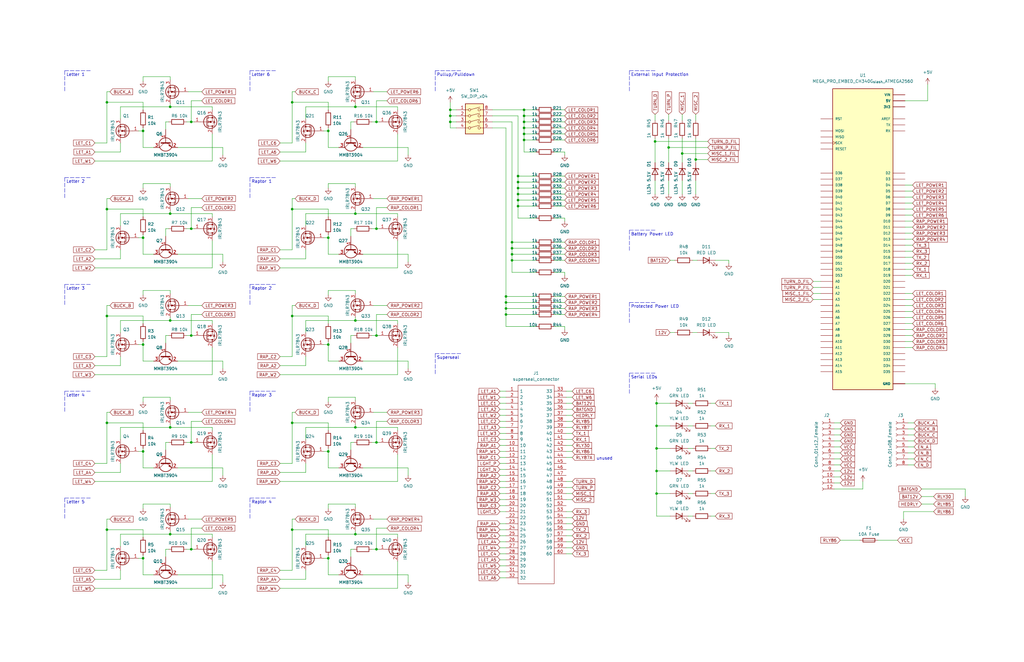
<source format=kicad_sch>
(kicad_sch (version 20211123) (generator eeschema)
  (paper "B")
  (junction (at 276.86 179.705))
  (junction (at 80.645 96.52))
  (junction (at 60.325 235.585))
  (junction (at 158.75 51.435))
  (junction (at 149.86 180.34))
  (junction (at 213.36 130.175))
  (junction (at 45.085 43.18))
  (junction (at 158.75 231.775))
  (junction (at 71.755 90.17))
  (junction (at 45.085 178.435))
  (junction (at 158.75 96.52))
  (junction (at 149.86 90.17))
  (junction (at 149.86 45.085))
  (junction (at 123.19 43.18))
  (junction (at 45.085 88.265))
  (junction (at 293.37 67.31))
  (junction (at 215.9 102.235))
  (junction (at 138.43 55.245))
  (junction (at 213.36 132.715))
  (junction (at 218.44 76.835))
  (junction (at 138.43 235.585))
  (junction (at 138.43 145.415))
  (junction (at 218.44 84.455))
  (junction (at 71.755 180.34))
  (junction (at 220.98 51.435))
  (junction (at 215.9 107.315))
  (junction (at 218.44 86.995))
  (junction (at 138.43 190.5))
  (junction (at 60.325 145.415))
  (junction (at 276.86 189.23))
  (junction (at 158.75 186.69))
  (junction (at 215.9 104.775))
  (junction (at 149.86 225.425))
  (junction (at 60.325 100.33))
  (junction (at 138.43 100.33))
  (junction (at 149.86 135.255))
  (junction (at 60.325 190.5))
  (junction (at 276.86 170.18))
  (junction (at 123.19 88.265))
  (junction (at 80.645 186.69))
  (junction (at 220.98 59.055))
  (junction (at 276.86 208.28))
  (junction (at 71.755 135.255))
  (junction (at 80.645 231.775))
  (junction (at 189.865 46.355))
  (junction (at 276.86 198.755))
  (junction (at 158.75 141.605))
  (junction (at 80.645 141.605))
  (junction (at 287.655 64.77))
  (junction (at 71.755 45.085))
  (junction (at 123.19 178.435))
  (junction (at 213.36 127.635))
  (junction (at 123.19 133.35))
  (junction (at 281.94 62.23))
  (junction (at 189.865 51.435))
  (junction (at 218.44 74.295))
  (junction (at 80.645 51.435))
  (junction (at 218.44 79.375))
  (junction (at 213.36 125.095))
  (junction (at 220.98 48.895))
  (junction (at 189.865 48.895))
  (junction (at 215.9 109.855))
  (junction (at 45.085 133.35))
  (junction (at 45.085 223.52))
  (junction (at 220.98 53.975))
  (junction (at 71.755 225.425))
  (junction (at 220.98 46.355))
  (junction (at 123.19 223.52))
  (junction (at 220.98 56.515))
  (junction (at 218.44 81.915))
  (junction (at 60.325 55.245))
  (junction (at 276.225 59.69))
  (wire (pts (xy 71.755 212.725) (xy 60.325 212.725)))
  (wire (pts (xy 50.8 195.58) (xy 50.8 199.39)))
  (wire (pts (xy 79.375 83.82) (xy 85.09 83.82)))
  (wire (pts (xy 276.225 58.42) (xy 276.225 59.69)))
  (wire (pts (xy 238.125 109.855) (xy 233.68 109.855)))
  (wire (pts (xy 50.8 180.34) (xy 71.755 180.34)))
  (wire (pts (xy 213.36 127.635) (xy 226.06 127.635)))
  (wire (pts (xy 138.43 100.33) (xy 138.43 107.315)))
  (wire (pts (xy 45.085 195.58) (xy 45.085 178.435)))
  (wire (pts (xy 149.86 167.64) (xy 138.43 167.64)))
  (wire (pts (xy 60.325 167.64) (xy 60.325 169.545)))
  (wire (pts (xy 128.905 105.41) (xy 128.905 109.22)))
  (wire (pts (xy 60.325 133.35) (xy 60.325 136.525)))
  (wire (pts (xy 218.44 86.995) (xy 226.06 86.995)))
  (wire (pts (xy 238.125 48.895) (xy 233.68 48.895)))
  (wire (pts (xy 149.86 168.91) (xy 149.86 167.64)))
  (wire (pts (xy 153.035 242.57) (xy 172.085 242.57)))
  (wire (pts (xy 149.86 180.34) (xy 167.64 180.34)))
  (wire (pts (xy 45.085 88.265) (xy 60.325 88.265)))
  (wire (pts (xy 384.81 113.665) (xy 381.635 113.665)))
  (wire (pts (xy 189.865 51.435) (xy 189.865 53.975)))
  (wire (pts (xy 215.9 114.935) (xy 215.9 109.855)))
  (wire (pts (xy 147.955 186.69) (xy 147.955 189.865)))
  (wire (pts (xy 118.11 150.495) (xy 123.19 150.495)))
  (wire (pts (xy 157.48 128.905) (xy 163.195 128.905)))
  (wire (pts (xy 123.19 128.905) (xy 123.19 133.35)))
  (wire (pts (xy 238.125 56.515) (xy 233.68 56.515)))
  (wire (pts (xy 74.93 152.4) (xy 93.98 152.4)))
  (wire (pts (xy 149.86 45.085) (xy 167.64 45.085)))
  (wire (pts (xy 138.43 88.265) (xy 138.43 91.44)))
  (wire (pts (xy 391.16 35.56) (xy 391.16 42.545)))
  (wire (pts (xy 118.11 60.325) (xy 123.19 60.325)))
  (wire (pts (xy 301.625 179.705) (xy 299.72 179.705)))
  (wire (pts (xy 149.225 141.605) (xy 147.955 141.605)))
  (wire (pts (xy 124.46 38.735) (xy 123.19 38.735)))
  (wire (pts (xy 226.06 74.295) (xy 218.44 74.295)))
  (wire (pts (xy 71.755 32.385) (xy 60.325 32.385)))
  (wire (pts (xy 226.06 56.515) (xy 220.98 56.515)))
  (wire (pts (xy 238.125 51.435) (xy 233.68 51.435)))
  (wire (pts (xy 218.44 76.835) (xy 218.44 79.375)))
  (wire (pts (xy 93.98 200.66) (xy 93.98 197.485)))
  (wire (pts (xy 163.195 42.545) (xy 158.75 42.545)))
  (wire (pts (xy 215.9 109.855) (xy 226.06 109.855)))
  (wire (pts (xy 138.43 223.52) (xy 138.43 226.695)))
  (wire (pts (xy 123.19 60.325) (xy 123.19 43.18)))
  (wire (pts (xy 60.325 223.52) (xy 60.325 226.695)))
  (wire (pts (xy 156.845 186.69) (xy 158.75 186.69)))
  (wire (pts (xy 71.755 213.995) (xy 71.755 212.725)))
  (wire (pts (xy 46.355 219.075) (xy 45.085 219.075)))
  (wire (pts (xy 213.36 137.795) (xy 226.06 137.795)))
  (wire (pts (xy 45.085 240.665) (xy 45.085 223.52)))
  (wire (pts (xy 342.9 126.365) (xy 346.075 126.365)))
  (wire (pts (xy 282.575 109.855) (xy 284.48 109.855)))
  (wire (pts (xy 226.06 92.075) (xy 218.44 92.075)))
  (wire (pts (xy 363.855 203.2) (xy 363.855 206.375)))
  (wire (pts (xy 238.125 127.635) (xy 233.68 127.635)))
  (wire (pts (xy 276.225 59.69) (xy 298.45 59.69)))
  (wire (pts (xy 128.905 90.17) (xy 149.86 90.17)))
  (wire (pts (xy 71.755 179.07) (xy 71.755 180.34)))
  (wire (pts (xy 238.76 180.34) (xy 241.3 180.34)))
  (wire (pts (xy 381.635 161.925) (xy 394.335 161.925)))
  (wire (pts (xy 85.09 177.8) (xy 80.645 177.8)))
  (wire (pts (xy 301.625 208.28) (xy 299.72 208.28)))
  (polyline (pts (xy 27.305 120.015) (xy 38.1 120.015)))
  (wire (pts (xy 167.64 56.515) (xy 167.64 67.945)))
  (wire (pts (xy 128.905 225.425) (xy 149.86 225.425)))
  (wire (pts (xy 89.535 45.085) (xy 89.535 46.355)))
  (wire (pts (xy 136.525 235.585) (xy 138.43 235.585)))
  (wire (pts (xy 149.86 123.825) (xy 149.86 122.555)))
  (wire (pts (xy 167.64 101.6) (xy 167.64 113.03)))
  (wire (pts (xy 79.375 38.735) (xy 85.09 38.735)))
  (wire (pts (xy 60.325 88.265) (xy 60.325 91.44)))
  (wire (pts (xy 210.82 226.06) (xy 213.36 226.06)))
  (wire (pts (xy 213.36 130.175) (xy 226.06 130.175)))
  (wire (pts (xy 71.755 135.255) (xy 89.535 135.255)))
  (wire (pts (xy 210.82 231.14) (xy 213.36 231.14)))
  (wire (pts (xy 128.905 95.25) (xy 128.905 90.17)))
  (wire (pts (xy 149.86 88.9) (xy 149.86 90.17)))
  (wire (pts (xy 238.125 65.405) (xy 238.125 64.135)))
  (wire (pts (xy 156.845 51.435) (xy 158.75 51.435)))
  (wire (pts (xy 384.81 126.365) (xy 381.635 126.365)))
  (wire (pts (xy 153.035 107.315) (xy 172.085 107.315)))
  (wire (pts (xy 123.19 88.265) (xy 138.43 88.265)))
  (wire (pts (xy 381 215.9) (xy 393.7 215.9)))
  (wire (pts (xy 215.9 107.315) (xy 226.06 107.315)))
  (wire (pts (xy 69.85 141.605) (xy 69.85 144.78)))
  (wire (pts (xy 71.755 78.74) (xy 71.755 77.47)))
  (wire (pts (xy 276.86 170.18) (xy 276.86 168.91)))
  (polyline (pts (xy 265.43 29.845) (xy 265.43 38.735)))
  (wire (pts (xy 298.45 64.77) (xy 287.655 64.77)))
  (wire (pts (xy 238.125 130.175) (xy 233.68 130.175)))
  (wire (pts (xy 60.325 53.975) (xy 60.325 55.245)))
  (wire (pts (xy 238.76 233.68) (xy 241.3 233.68)))
  (wire (pts (xy 384.81 108.585) (xy 381.635 108.585)))
  (wire (pts (xy 167.64 180.34) (xy 167.64 181.61)))
  (wire (pts (xy 238.125 64.135) (xy 233.68 64.135)))
  (wire (pts (xy 290.195 179.705) (xy 292.1 179.705)))
  (wire (pts (xy 287.655 48.26) (xy 287.655 50.8)))
  (wire (pts (xy 238.76 215.9) (xy 241.3 215.9)))
  (wire (pts (xy 218.44 48.895) (xy 207.645 48.895)))
  (wire (pts (xy 74.93 62.23) (xy 93.98 62.23)))
  (wire (pts (xy 172.085 200.66) (xy 172.085 197.485)))
  (wire (pts (xy 45.085 223.52) (xy 60.325 223.52)))
  (wire (pts (xy 351.79 206.375) (xy 363.855 206.375)))
  (wire (pts (xy 210.82 213.36) (xy 213.36 213.36)))
  (wire (pts (xy 210.82 210.82) (xy 213.36 210.82)))
  (wire (pts (xy 238.125 107.315) (xy 233.68 107.315)))
  (wire (pts (xy 138.43 212.725) (xy 138.43 214.63)))
  (wire (pts (xy 89.535 113.03) (xy 40.005 113.03)))
  (wire (pts (xy 45.085 60.325) (xy 45.085 43.18)))
  (wire (pts (xy 282.575 179.705) (xy 276.86 179.705)))
  (wire (pts (xy 210.82 241.3) (xy 213.36 241.3)))
  (wire (pts (xy 149.225 231.775) (xy 147.955 231.775)))
  (wire (pts (xy 238.76 177.8) (xy 241.3 177.8)))
  (wire (pts (xy 351.79 186.055) (xy 354.33 186.055)))
  (wire (pts (xy 382.905 186.055) (xy 385.445 186.055)))
  (wire (pts (xy 71.12 141.605) (xy 69.85 141.605)))
  (wire (pts (xy 307.34 140.335) (xy 307.34 141.605)))
  (wire (pts (xy 71.755 133.985) (xy 71.755 135.255)))
  (wire (pts (xy 287.655 76.2) (xy 287.655 81.915)))
  (wire (pts (xy 89.535 90.17) (xy 89.535 91.44)))
  (wire (pts (xy 220.98 46.355) (xy 220.98 48.895)))
  (wire (pts (xy 238.76 218.44) (xy 241.3 218.44)))
  (polyline (pts (xy 105.41 165.1) (xy 105.41 173.99)))
  (wire (pts (xy 238.76 203.2) (xy 241.3 203.2)))
  (wire (pts (xy 189.865 48.895) (xy 192.405 48.895)))
  (wire (pts (xy 123.19 133.35) (xy 138.43 133.35)))
  (wire (pts (xy 60.325 62.23) (xy 64.77 62.23)))
  (wire (pts (xy 394.335 161.925) (xy 394.335 163.83)))
  (wire (pts (xy 71.755 43.815) (xy 71.755 45.085)))
  (wire (pts (xy 60.325 107.315) (xy 64.77 107.315)))
  (wire (pts (xy 167.64 113.03) (xy 118.11 113.03)))
  (wire (pts (xy 370.205 227.965) (xy 378.46 227.965)))
  (wire (pts (xy 78.74 231.775) (xy 80.645 231.775)))
  (wire (pts (xy 149.86 32.385) (xy 138.43 32.385)))
  (wire (pts (xy 60.325 77.47) (xy 60.325 79.375)))
  (wire (pts (xy 80.645 132.715) (xy 80.645 141.605)))
  (wire (pts (xy 238.76 170.18) (xy 241.3 170.18)))
  (wire (pts (xy 118.11 109.22) (xy 128.905 109.22)))
  (wire (pts (xy 210.82 175.26) (xy 213.36 175.26)))
  (wire (pts (xy 301.625 140.335) (xy 307.34 140.335)))
  (polyline (pts (xy 265.43 157.48) (xy 265.43 166.37)))
  (wire (pts (xy 45.085 219.075) (xy 45.085 223.52)))
  (wire (pts (xy 238.76 208.28) (xy 241.3 208.28)))
  (wire (pts (xy 210.82 170.18) (xy 213.36 170.18)))
  (wire (pts (xy 381.635 80.645) (xy 384.81 80.645)))
  (wire (pts (xy 210.82 165.1) (xy 213.36 165.1)))
  (wire (pts (xy 238.125 59.055) (xy 233.68 59.055)))
  (wire (pts (xy 238.76 175.26) (xy 241.3 175.26)))
  (wire (pts (xy 69.85 186.69) (xy 69.85 189.865)))
  (wire (pts (xy 40.005 150.495) (xy 45.085 150.495)))
  (wire (pts (xy 381.635 100.965) (xy 384.81 100.965)))
  (wire (pts (xy 60.325 32.385) (xy 60.325 34.29)))
  (wire (pts (xy 213.36 130.175) (xy 213.36 127.635)))
  (wire (pts (xy 167.64 146.685) (xy 167.64 158.115)))
  (wire (pts (xy 156.845 96.52) (xy 158.75 96.52)))
  (wire (pts (xy 124.46 173.99) (xy 123.19 173.99)))
  (wire (pts (xy 189.865 51.435) (xy 192.405 51.435)))
  (polyline (pts (xy 105.41 29.845) (xy 116.205 29.845)))
  (wire (pts (xy 276.86 189.23) (xy 276.86 179.705)))
  (polyline (pts (xy 27.305 74.93) (xy 27.305 83.82)))
  (wire (pts (xy 290.195 189.23) (xy 292.1 189.23)))
  (wire (pts (xy 210.82 177.8) (xy 213.36 177.8)))
  (wire (pts (xy 215.9 51.435) (xy 207.645 51.435)))
  (polyline (pts (xy 105.41 120.015) (xy 105.41 128.905)))
  (wire (pts (xy 138.43 122.555) (xy 138.43 124.46)))
  (wire (pts (xy 147.955 231.775) (xy 147.955 234.95)))
  (wire (pts (xy 384.81 144.145) (xy 381.635 144.145)))
  (wire (pts (xy 276.86 189.23) (xy 276.86 198.755)))
  (polyline (pts (xy 27.305 210.185) (xy 38.1 210.185)))
  (wire (pts (xy 226.06 59.055) (xy 220.98 59.055)))
  (wire (pts (xy 220.98 64.135) (xy 220.98 59.055)))
  (wire (pts (xy 238.76 165.1) (xy 241.3 165.1)))
  (wire (pts (xy 80.645 51.435) (xy 81.915 51.435)))
  (wire (pts (xy 45.085 133.35) (xy 60.325 133.35)))
  (wire (pts (xy 210.82 243.84) (xy 213.36 243.84)))
  (wire (pts (xy 238.125 74.295) (xy 233.68 74.295)))
  (wire (pts (xy 71.12 96.52) (xy 69.85 96.52)))
  (wire (pts (xy 238.76 193.04) (xy 241.3 193.04)))
  (wire (pts (xy 80.645 186.69) (xy 81.915 186.69)))
  (wire (pts (xy 157.48 38.735) (xy 163.195 38.735)))
  (wire (pts (xy 138.43 145.415) (xy 138.43 152.4)))
  (wire (pts (xy 147.955 51.435) (xy 147.955 54.61)))
  (wire (pts (xy 71.755 225.425) (xy 89.535 225.425)))
  (wire (pts (xy 215.9 104.775) (xy 215.9 102.235)))
  (wire (pts (xy 89.535 146.685) (xy 89.535 158.115)))
  (wire (pts (xy 78.74 141.605) (xy 80.645 141.605)))
  (wire (pts (xy 238.76 210.82) (xy 241.3 210.82)))
  (wire (pts (xy 210.82 182.88) (xy 213.36 182.88)))
  (wire (pts (xy 218.44 79.375) (xy 218.44 81.915)))
  (wire (pts (xy 207.645 46.355) (xy 220.98 46.355)))
  (wire (pts (xy 149.86 135.255) (xy 167.64 135.255)))
  (wire (pts (xy 172.085 65.405) (xy 172.085 62.23)))
  (wire (pts (xy 167.64 90.17) (xy 167.64 91.44)))
  (wire (pts (xy 58.42 235.585) (xy 60.325 235.585)))
  (wire (pts (xy 238.125 81.915) (xy 233.68 81.915)))
  (wire (pts (xy 138.43 178.435) (xy 138.43 181.61)))
  (wire (pts (xy 158.75 186.69) (xy 160.02 186.69)))
  (wire (pts (xy 218.44 81.915) (xy 218.44 84.455)))
  (wire (pts (xy 381 215.9) (xy 381 219.075)))
  (wire (pts (xy 293.37 76.2) (xy 293.37 81.915)))
  (wire (pts (xy 157.48 83.82) (xy 163.195 83.82)))
  (wire (pts (xy 192.405 53.975) (xy 189.865 53.975)))
  (wire (pts (xy 71.755 88.9) (xy 71.755 90.17)))
  (wire (pts (xy 46.355 83.82) (xy 45.085 83.82)))
  (wire (pts (xy 40.005 195.58) (xy 45.085 195.58)))
  (wire (pts (xy 381.635 85.725) (xy 384.81 85.725)))
  (wire (pts (xy 189.865 43.18) (xy 189.865 46.355)))
  (wire (pts (xy 282.575 217.805) (xy 276.86 217.805)))
  (wire (pts (xy 351.79 178.435) (xy 354.33 178.435)))
  (wire (pts (xy 85.09 222.885) (xy 80.645 222.885)))
  (wire (pts (xy 238.76 185.42) (xy 241.3 185.42)))
  (wire (pts (xy 281.94 48.26) (xy 281.94 50.8)))
  (wire (pts (xy 210.82 203.2) (xy 213.36 203.2)))
  (polyline (pts (xy 265.43 97.155) (xy 276.225 97.155)))
  (wire (pts (xy 147.955 141.605) (xy 147.955 144.78)))
  (wire (pts (xy 213.36 53.975) (xy 207.645 53.975)))
  (wire (pts (xy 158.75 177.8) (xy 158.75 186.69)))
  (wire (pts (xy 238.125 102.235) (xy 233.68 102.235)))
  (wire (pts (xy 218.44 84.455) (xy 226.06 84.455)))
  (wire (pts (xy 60.325 99.06) (xy 60.325 100.33)))
  (wire (pts (xy 210.82 200.66) (xy 213.36 200.66)))
  (wire (pts (xy 351.79 188.595) (xy 354.33 188.595)))
  (wire (pts (xy 71.12 231.775) (xy 69.85 231.775)))
  (wire (pts (xy 45.085 83.82) (xy 45.085 88.265)))
  (wire (pts (xy 71.755 77.47) (xy 60.325 77.47)))
  (wire (pts (xy 89.535 236.855) (xy 89.535 248.285)))
  (wire (pts (xy 40.005 244.475) (xy 50.8 244.475)))
  (wire (pts (xy 138.43 32.385) (xy 138.43 34.29)))
  (wire (pts (xy 138.43 167.64) (xy 138.43 169.545)))
  (wire (pts (xy 220.98 51.435) (xy 220.98 53.975)))
  (wire (pts (xy 79.375 173.99) (xy 85.09 173.99)))
  (wire (pts (xy 381.635 90.805) (xy 384.81 90.805)))
  (wire (pts (xy 89.535 248.285) (xy 40.005 248.285)))
  (wire (pts (xy 238.125 84.455) (xy 233.68 84.455)))
  (wire (pts (xy 156.845 231.775) (xy 158.75 231.775)))
  (wire (pts (xy 138.43 190.5) (xy 138.43 197.485)))
  (wire (pts (xy 50.8 45.085) (xy 71.755 45.085)))
  (wire (pts (xy 138.43 189.23) (xy 138.43 190.5)))
  (wire (pts (xy 407.035 209.55) (xy 407.035 206.375)))
  (wire (pts (xy 149.225 186.69) (xy 147.955 186.69)))
  (wire (pts (xy 351.79 180.975) (xy 354.33 180.975)))
  (wire (pts (xy 89.535 191.77) (xy 89.535 203.2)))
  (wire (pts (xy 282.575 189.23) (xy 276.86 189.23)))
  (wire (pts (xy 238.125 53.975) (xy 233.68 53.975)))
  (wire (pts (xy 301.625 170.18) (xy 299.72 170.18)))
  (wire (pts (xy 157.48 173.99) (xy 163.195 173.99)))
  (wire (pts (xy 60.325 152.4) (xy 64.77 152.4)))
  (wire (pts (xy 89.535 135.255) (xy 89.535 136.525)))
  (wire (pts (xy 301.625 109.855) (xy 307.34 109.855)))
  (wire (pts (xy 281.94 62.23) (xy 281.94 68.58)))
  (wire (pts (xy 342.9 118.745) (xy 346.075 118.745)))
  (wire (pts (xy 238.76 190.5) (xy 241.3 190.5)))
  (wire (pts (xy 293.37 67.31) (xy 293.37 68.58)))
  (wire (pts (xy 93.98 155.575) (xy 93.98 152.4)))
  (wire (pts (xy 281.94 76.2) (xy 281.94 81.915)))
  (wire (pts (xy 40.005 199.39) (xy 50.8 199.39)))
  (wire (pts (xy 60.325 145.415) (xy 60.325 152.4)))
  (wire (pts (xy 210.82 195.58) (xy 213.36 195.58)))
  (wire (pts (xy 149.86 213.995) (xy 149.86 212.725)))
  (wire (pts (xy 124.46 128.905) (xy 123.19 128.905)))
  (wire (pts (xy 384.81 146.685) (xy 381.635 146.685)))
  (wire (pts (xy 123.19 38.735) (xy 123.19 43.18)))
  (wire (pts (xy 158.75 42.545) (xy 158.75 51.435)))
  (wire (pts (xy 382.905 183.515) (xy 385.445 183.515)))
  (wire (pts (xy 163.195 177.8) (xy 158.75 177.8)))
  (wire (pts (xy 213.36 127.635) (xy 213.36 125.095)))
  (wire (pts (xy 163.195 87.63) (xy 158.75 87.63)))
  (wire (pts (xy 118.11 154.305) (xy 128.905 154.305)))
  (wire (pts (xy 153.035 152.4) (xy 172.085 152.4)))
  (wire (pts (xy 381.635 83.185) (xy 384.81 83.185)))
  (wire (pts (xy 60.325 43.18) (xy 60.325 46.355)))
  (wire (pts (xy 60.325 212.725) (xy 60.325 214.63)))
  (wire (pts (xy 128.905 150.495) (xy 128.905 154.305)))
  (wire (pts (xy 158.75 87.63) (xy 158.75 96.52)))
  (wire (pts (xy 167.64 158.115) (xy 118.11 158.115)))
  (wire (pts (xy 210.82 228.6) (xy 213.36 228.6)))
  (wire (pts (xy 281.94 58.42) (xy 281.94 62.23)))
  (wire (pts (xy 149.86 90.17) (xy 167.64 90.17)))
  (polyline (pts (xy 27.305 29.845) (xy 38.1 29.845)))
  (wire (pts (xy 45.085 43.18) (xy 60.325 43.18)))
  (wire (pts (xy 381.635 93.345) (xy 384.81 93.345)))
  (wire (pts (xy 50.8 225.425) (xy 71.755 225.425)))
  (wire (pts (xy 149.86 33.655) (xy 149.86 32.385)))
  (wire (pts (xy 50.8 185.42) (xy 50.8 180.34)))
  (wire (pts (xy 238.125 92.075) (xy 233.68 92.075)))
  (wire (pts (xy 50.8 50.165) (xy 50.8 45.085)))
  (wire (pts (xy 58.42 145.415) (xy 60.325 145.415)))
  (wire (pts (xy 215.9 109.855) (xy 215.9 107.315)))
  (wire (pts (xy 123.19 43.18) (xy 138.43 43.18)))
  (wire (pts (xy 69.85 231.775) (xy 69.85 234.95)))
  (polyline (pts (xy 27.305 74.93) (xy 38.1 74.93)))
  (wire (pts (xy 58.42 55.245) (xy 60.325 55.245)))
  (wire (pts (xy 384.81 133.985) (xy 381.635 133.985)))
  (wire (pts (xy 89.535 158.115) (xy 40.005 158.115)))
  (wire (pts (xy 60.325 55.245) (xy 60.325 62.23)))
  (wire (pts (xy 362.585 227.965) (xy 354.33 227.965)))
  (wire (pts (xy 50.8 240.665) (xy 50.8 244.475)))
  (polyline (pts (xy 105.41 165.1) (xy 116.205 165.1)))
  (wire (pts (xy 215.9 102.235) (xy 215.9 51.435)))
  (wire (pts (xy 89.535 225.425) (xy 89.535 226.695)))
  (wire (pts (xy 85.09 42.545) (xy 80.645 42.545)))
  (wire (pts (xy 80.645 42.545) (xy 80.645 51.435)))
  (wire (pts (xy 381.635 95.885) (xy 384.81 95.885)))
  (polyline (pts (xy 27.305 210.185) (xy 27.305 219.075)))
  (wire (pts (xy 74.93 242.57) (xy 93.98 242.57)))
  (wire (pts (xy 382.905 193.675) (xy 385.445 193.675)))
  (polyline (pts (xy 105.41 74.93) (xy 116.205 74.93)))
  (wire (pts (xy 381.635 78.105) (xy 384.81 78.105)))
  (polyline (pts (xy 265.43 29.845) (xy 276.225 29.845)))
  (wire (pts (xy 93.98 245.745) (xy 93.98 242.57)))
  (wire (pts (xy 384.81 123.825) (xy 381.635 123.825)))
  (wire (pts (xy 123.19 240.665) (xy 123.19 223.52)))
  (wire (pts (xy 189.865 46.355) (xy 189.865 48.895)))
  (wire (pts (xy 71.755 122.555) (xy 60.325 122.555)))
  (wire (pts (xy 381.635 98.425) (xy 384.81 98.425)))
  (wire (pts (xy 50.8 60.325) (xy 50.8 64.135)))
  (wire (pts (xy 158.75 222.885) (xy 158.75 231.775)))
  (wire (pts (xy 89.535 67.945) (xy 40.005 67.945)))
  (polyline (pts (xy 105.41 210.185) (xy 116.205 210.185)))
  (wire (pts (xy 215.9 104.775) (xy 226.06 104.775)))
  (wire (pts (xy 382.905 178.435) (xy 385.445 178.435)))
  (polyline (pts (xy 27.305 165.1) (xy 38.1 165.1)))
  (wire (pts (xy 149.86 78.74) (xy 149.86 77.47)))
  (wire (pts (xy 40.005 109.22) (xy 50.8 109.22)))
  (wire (pts (xy 60.325 189.23) (xy 60.325 190.5)))
  (wire (pts (xy 45.085 128.905) (xy 45.085 133.35)))
  (polyline (pts (xy 105.41 29.845) (xy 105.41 38.735)))
  (wire (pts (xy 388.62 212.725) (xy 393.7 212.725)))
  (wire (pts (xy 220.98 48.895) (xy 220.98 51.435)))
  (wire (pts (xy 238.125 116.205) (xy 238.125 114.935)))
  (wire (pts (xy 128.905 45.085) (xy 149.86 45.085)))
  (wire (pts (xy 351.79 203.835) (xy 354.33 203.835)))
  (wire (pts (xy 45.085 173.99) (xy 45.085 178.435)))
  (wire (pts (xy 384.81 136.525) (xy 381.635 136.525)))
  (wire (pts (xy 71.755 167.64) (xy 60.325 167.64)))
  (wire (pts (xy 158.75 96.52) (xy 160.02 96.52)))
  (wire (pts (xy 238.125 86.995) (xy 233.68 86.995)))
  (wire (pts (xy 124.46 219.075) (xy 123.19 219.075)))
  (wire (pts (xy 167.64 236.855) (xy 167.64 248.285)))
  (wire (pts (xy 382.905 191.135) (xy 385.445 191.135)))
  (wire (pts (xy 391.16 42.545) (xy 381.635 42.545)))
  (wire (pts (xy 118.11 195.58) (xy 123.19 195.58)))
  (wire (pts (xy 210.82 198.12) (xy 213.36 198.12)))
  (wire (pts (xy 50.8 105.41) (xy 50.8 109.22)))
  (wire (pts (xy 301.625 198.755) (xy 299.72 198.755)))
  (wire (pts (xy 351.79 193.675) (xy 354.33 193.675)))
  (wire (pts (xy 163.195 222.885) (xy 158.75 222.885)))
  (wire (pts (xy 45.085 178.435) (xy 60.325 178.435)))
  (wire (pts (xy 218.44 81.915) (xy 226.06 81.915)))
  (polyline (pts (xy 265.43 127.635) (xy 276.225 127.635)))
  (wire (pts (xy 128.905 185.42) (xy 128.905 180.34)))
  (wire (pts (xy 238.76 182.88) (xy 241.3 182.88)))
  (wire (pts (xy 220.98 53.975) (xy 220.98 56.515)))
  (wire (pts (xy 384.81 116.205) (xy 381.635 116.205)))
  (wire (pts (xy 71.755 168.91) (xy 71.755 167.64)))
  (wire (pts (xy 123.19 173.99) (xy 123.19 178.435)))
  (wire (pts (xy 71.755 90.17) (xy 89.535 90.17)))
  (wire (pts (xy 215.9 107.315) (xy 215.9 104.775)))
  (wire (pts (xy 293.37 67.31) (xy 298.45 67.31)))
  (wire (pts (xy 167.64 135.255) (xy 167.64 136.525)))
  (wire (pts (xy 123.19 83.82) (xy 123.19 88.265)))
  (wire (pts (xy 60.325 144.145) (xy 60.325 145.415)))
  (wire (pts (xy 384.81 139.065) (xy 381.635 139.065)))
  (wire (pts (xy 60.325 178.435) (xy 60.325 181.61)))
  (polyline (pts (xy 183.515 149.225) (xy 183.515 158.115)))
  (wire (pts (xy 149.86 43.815) (xy 149.86 45.085)))
  (wire (pts (xy 138.43 55.245) (xy 138.43 62.23)))
  (polyline (pts (xy 105.41 210.185) (xy 105.41 219.075)))
  (wire (pts (xy 213.36 125.095) (xy 226.06 125.095)))
  (wire (pts (xy 292.1 109.855) (xy 294.005 109.855)))
  (wire (pts (xy 78.74 96.52) (xy 80.645 96.52)))
  (wire (pts (xy 301.625 189.23) (xy 299.72 189.23)))
  (wire (pts (xy 276.225 48.26) (xy 276.225 50.8)))
  (wire (pts (xy 149.225 51.435) (xy 147.955 51.435)))
  (polyline (pts (xy 183.515 29.845) (xy 183.515 38.735)))
  (wire (pts (xy 226.06 46.355) (xy 220.98 46.355)))
  (wire (pts (xy 381.635 88.265) (xy 384.81 88.265)))
  (wire (pts (xy 298.45 62.23) (xy 281.94 62.23)))
  (wire (pts (xy 282.575 208.28) (xy 276.86 208.28)))
  (wire (pts (xy 80.645 96.52) (xy 81.915 96.52)))
  (wire (pts (xy 138.43 62.23) (xy 142.875 62.23)))
  (wire (pts (xy 46.355 173.99) (xy 45.085 173.99)))
  (wire (pts (xy 218.44 92.075) (xy 218.44 86.995)))
  (wire (pts (xy 89.535 56.515) (xy 89.535 67.945)))
  (wire (pts (xy 89.535 203.2) (xy 40.005 203.2)))
  (wire (pts (xy 85.09 87.63) (xy 80.645 87.63)))
  (wire (pts (xy 128.905 50.165) (xy 128.905 45.085)))
  (wire (pts (xy 128.905 60.325) (xy 128.905 64.135)))
  (wire (pts (xy 238.76 223.52) (xy 241.3 223.52)))
  (wire (pts (xy 172.085 110.49) (xy 172.085 107.315)))
  (wire (pts (xy 71.12 51.435) (xy 69.85 51.435)))
  (wire (pts (xy 384.81 141.605) (xy 381.635 141.605)))
  (wire (pts (xy 71.12 186.69) (xy 69.85 186.69)))
  (wire (pts (xy 128.905 240.665) (xy 128.905 244.475)))
  (polyline (pts (xy 105.41 120.015) (xy 116.205 120.015)))
  (wire (pts (xy 282.575 198.755) (xy 276.86 198.755)))
  (wire (pts (xy 388.62 206.375) (xy 407.035 206.375)))
  (wire (pts (xy 80.645 222.885) (xy 80.645 231.775)))
  (polyline (pts (xy 183.515 29.845) (xy 194.31 29.845)))
  (wire (pts (xy 50.8 90.17) (xy 71.755 90.17)))
  (wire (pts (xy 158.75 141.605) (xy 160.02 141.605)))
  (wire (pts (xy 40.005 105.41) (xy 45.085 105.41)))
  (wire (pts (xy 60.325 190.5) (xy 60.325 197.485)))
  (wire (pts (xy 45.085 150.495) (xy 45.085 133.35)))
  (wire (pts (xy 210.82 215.9) (xy 213.36 215.9)))
  (wire (pts (xy 118.11 105.41) (xy 123.19 105.41)))
  (wire (pts (xy 238.76 228.6) (xy 241.3 228.6)))
  (wire (pts (xy 226.06 53.975) (xy 220.98 53.975)))
  (wire (pts (xy 301.625 217.805) (xy 299.72 217.805)))
  (wire (pts (xy 226.06 48.895) (xy 220.98 48.895)))
  (wire (pts (xy 74.93 197.485) (xy 93.98 197.485)))
  (wire (pts (xy 218.44 84.455) (xy 218.44 86.995)))
  (wire (pts (xy 282.575 170.18) (xy 276.86 170.18)))
  (wire (pts (xy 167.64 225.425) (xy 167.64 226.695)))
  (wire (pts (xy 138.43 242.57) (xy 142.875 242.57)))
  (wire (pts (xy 238.76 167.64) (xy 241.3 167.64)))
  (wire (pts (xy 138.43 107.315) (xy 142.875 107.315)))
  (wire (pts (xy 123.19 105.41) (xy 123.19 88.265)))
  (wire (pts (xy 158.75 51.435) (xy 160.02 51.435)))
  (wire (pts (xy 138.43 197.485) (xy 142.875 197.485)))
  (wire (pts (xy 388.62 209.55) (xy 393.7 209.55)))
  (wire (pts (xy 238.76 187.96) (xy 241.3 187.96)))
  (wire (pts (xy 210.82 205.74) (xy 213.36 205.74)))
  (wire (pts (xy 210.82 190.5) (xy 213.36 190.5)))
  (wire (pts (xy 89.535 101.6) (xy 89.535 113.03)))
  (wire (pts (xy 167.64 191.77) (xy 167.64 203.2)))
  (wire (pts (xy 290.195 217.805) (xy 292.1 217.805)))
  (wire (pts (xy 147.955 96.52) (xy 147.955 99.695)))
  (wire (pts (xy 276.225 59.69) (xy 276.225 68.58)))
  (wire (pts (xy 226.06 64.135) (xy 220.98 64.135)))
  (wire (pts (xy 276.86 198.755) (xy 276.86 208.28)))
  (wire (pts (xy 118.11 64.135) (xy 128.905 64.135)))
  (wire (pts (xy 149.86 225.425) (xy 167.64 225.425)))
  (wire (pts (xy 136.525 55.245) (xy 138.43 55.245)))
  (wire (pts (xy 384.81 128.905) (xy 381.635 128.905)))
  (wire (pts (xy 138.43 77.47) (xy 138.43 79.375)))
  (wire (pts (xy 238.76 231.14) (xy 241.3 231.14)))
  (wire (pts (xy 50.8 135.255) (xy 71.755 135.255)))
  (wire (pts (xy 69.85 51.435) (xy 69.85 54.61)))
  (wire (pts (xy 123.19 223.52) (xy 138.43 223.52)))
  (wire (pts (xy 382.905 180.975) (xy 385.445 180.975)))
  (wire (pts (xy 50.8 230.505) (xy 50.8 225.425)))
  (wire (pts (xy 153.035 62.23) (xy 172.085 62.23)))
  (wire (pts (xy 149.86 133.985) (xy 149.86 135.255)))
  (wire (pts (xy 149.86 179.07) (xy 149.86 180.34)))
  (wire (pts (xy 210.82 172.72) (xy 213.36 172.72)))
  (wire (pts (xy 213.36 132.715) (xy 213.36 130.175)))
  (wire (pts (xy 158.75 231.775) (xy 160.02 231.775)))
  (wire (pts (xy 293.37 48.26) (xy 293.37 50.8)))
  (wire (pts (xy 71.755 123.825) (xy 71.755 122.555)))
  (wire (pts (xy 153.035 197.485) (xy 172.085 197.485)))
  (wire (pts (xy 79.375 219.075) (xy 85.09 219.075)))
  (wire (pts (xy 50.8 95.25) (xy 50.8 90.17)))
  (wire (pts (xy 210.82 223.52) (xy 213.36 223.52)))
  (wire (pts (xy 60.325 234.315) (xy 60.325 235.585)))
  (wire (pts (xy 210.82 208.28) (xy 213.36 208.28)))
  (wire (pts (xy 123.19 150.495) (xy 123.19 133.35)))
  (wire (pts (xy 351.79 196.215) (xy 354.33 196.215)))
  (wire (pts (xy 93.98 110.49) (xy 93.98 107.315)))
  (wire (pts (xy 210.82 187.96) (xy 213.36 187.96)))
  (wire (pts (xy 156.845 141.605) (xy 158.75 141.605)))
  (wire (pts (xy 123.19 219.075) (xy 123.19 223.52)))
  (wire (pts (xy 123.19 195.58) (xy 123.19 178.435)))
  (wire (pts (xy 128.905 230.505) (xy 128.905 225.425)))
  (wire (pts (xy 290.195 198.755) (xy 292.1 198.755)))
  (wire (pts (xy 210.82 238.76) (xy 213.36 238.76)))
  (wire (pts (xy 238.125 125.095) (xy 233.68 125.095)))
  (wire (pts (xy 276.86 217.805) (xy 276.86 208.28)))
  (wire (pts (xy 351.79 191.135) (xy 354.33 191.135)))
  (wire (pts (xy 45.085 38.735) (xy 45.085 43.18)))
  (wire (pts (xy 213.36 125.095) (xy 213.36 53.975)))
  (wire (pts (xy 71.755 224.155) (xy 71.755 225.425)))
  (wire (pts (xy 384.81 106.045) (xy 381.635 106.045)))
  (wire (pts (xy 384.81 131.445) (xy 381.635 131.445)))
  (wire (pts (xy 74.93 107.315) (xy 93.98 107.315)))
  (wire (pts (xy 149.86 212.725) (xy 138.43 212.725)))
  (wire (pts (xy 238.125 79.375) (xy 233.68 79.375)))
  (wire (pts (xy 342.9 121.285) (xy 346.075 121.285)))
  (polyline (pts (xy 265.43 127.635) (xy 265.43 136.525)))
  (wire (pts (xy 189.865 48.895) (xy 189.865 51.435)))
  (wire (pts (xy 238.125 137.795) (xy 233.68 137.795)))
  (wire (pts (xy 58.42 100.33) (xy 60.325 100.33)))
  (wire (pts (xy 215.9 102.235) (xy 226.06 102.235)))
  (wire (pts (xy 238.125 76.835) (xy 233.68 76.835)))
  (wire (pts (xy 46.355 38.735) (xy 45.085 38.735)))
  (polyline (pts (xy 27.305 120.015) (xy 27.305 128.905)))
  (wire (pts (xy 80.645 87.63) (xy 80.645 96.52)))
  (wire (pts (xy 138.43 235.585) (xy 138.43 242.57)))
  (wire (pts (xy 138.43 152.4) (xy 142.875 152.4)))
  (wire (pts (xy 78.74 186.69) (xy 80.645 186.69)))
  (wire (pts (xy 40.005 64.135) (xy 50.8 64.135)))
  (wire (pts (xy 89.535 180.34) (xy 89.535 181.61)))
  (wire (pts (xy 138.43 133.35) (xy 138.43 136.525)))
  (wire (pts (xy 238.125 139.065) (xy 238.125 137.795)))
  (wire (pts (xy 123.19 178.435) (xy 138.43 178.435)))
  (wire (pts (xy 167.64 248.285) (xy 118.11 248.285)))
  (wire (pts (xy 69.85 96.52) (xy 69.85 99.695)))
  (wire (pts (xy 136.525 100.33) (xy 138.43 100.33)))
  (wire (pts (xy 71.755 180.34) (xy 89.535 180.34)))
  (wire (pts (xy 80.645 141.605) (xy 81.915 141.605)))
  (wire (pts (xy 342.9 123.825) (xy 346.075 123.825)))
  (wire (pts (xy 149.86 224.155) (xy 149.86 225.425)))
  (wire (pts (xy 287.655 58.42) (xy 287.655 64.77)))
  (wire (pts (xy 276.225 76.2) (xy 276.225 81.915)))
  (wire (pts (xy 93.98 65.405) (xy 93.98 62.23)))
  (wire (pts (xy 218.44 74.295) (xy 218.44 76.835)))
  (wire (pts (xy 290.195 170.18) (xy 292.1 170.18)))
  (wire (pts (xy 138.43 99.06) (xy 138.43 100.33)))
  (wire (pts (xy 210.82 180.34) (xy 213.36 180.34)))
  (wire (pts (xy 124.46 83.82) (xy 123.19 83.82)))
  (wire (pts (xy 382.905 196.215) (xy 385.445 196.215)))
  (wire (pts (xy 238.125 114.935) (xy 233.68 114.935)))
  (wire (pts (xy 226.06 51.435) (xy 220.98 51.435)))
  (wire (pts (xy 282.575 140.335) (xy 284.48 140.335)))
  (polyline (pts (xy 183.515 149.225) (xy 194.31 149.225)))
  (wire (pts (xy 238.125 46.355) (xy 233.68 46.355)))
  (wire (pts (xy 238.125 104.775) (xy 233.68 104.775)))
  (wire (pts (xy 46.355 128.905) (xy 45.085 128.905)))
  (wire (pts (xy 287.655 64.77) (xy 287.655 68.58)))
  (wire (pts (xy 60.325 100.33) (xy 60.325 107.315)))
  (wire (pts (xy 40.005 154.305) (xy 50.8 154.305)))
  (polyline (pts (xy 265.43 97.155) (xy 265.43 106.045)))
  (wire (pts (xy 238.76 220.98) (xy 241.3 220.98)))
  (polyline (pts (xy 265.43 157.48) (xy 276.225 157.48)))
  (wire (pts (xy 210.82 220.98) (xy 213.36 220.98)))
  (wire (pts (xy 158.75 132.715) (xy 158.75 141.605)))
  (wire (pts (xy 238.76 172.72) (xy 241.3 172.72)))
  (wire (pts (xy 307.34 109.855) (xy 307.34 111.125)))
  (wire (pts (xy 138.43 234.315) (xy 138.43 235.585)))
  (polyline (pts (xy 27.305 29.845) (xy 27.305 38.735)))
  (wire (pts (xy 213.36 132.715) (xy 226.06 132.715)))
  (wire (pts (xy 292.1 140.335) (xy 294.005 140.335)))
  (wire (pts (xy 118.11 244.475) (xy 128.905 244.475)))
  (wire (pts (xy 60.325 235.585) (xy 60.325 242.57)))
  (wire (pts (xy 351.79 183.515) (xy 354.33 183.515)))
  (wire (pts (xy 128.905 195.58) (xy 128.905 199.39)))
  (wire (pts (xy 384.81 111.125) (xy 381.635 111.125)))
  (wire (pts (xy 128.905 135.255) (xy 149.86 135.255)))
  (wire (pts (xy 172.085 245.745) (xy 172.085 242.57)))
  (wire (pts (xy 167.64 203.2) (xy 118.11 203.2)))
  (wire (pts (xy 238.125 132.715) (xy 233.68 132.715)))
  (wire (pts (xy 85.09 132.715) (xy 80.645 132.715)))
  (wire (pts (xy 210.82 236.22) (xy 213.36 236.22)))
  (wire (pts (xy 71.755 33.655) (xy 71.755 32.385)))
  (wire (pts (xy 136.525 190.5) (xy 138.43 190.5)))
  (wire (pts (xy 238.76 226.06) (xy 241.3 226.06)))
  (wire (pts (xy 138.43 144.145) (xy 138.43 145.415)))
  (wire (pts (xy 58.42 190.5) (xy 60.325 190.5)))
  (wire (pts (xy 71.755 45.085) (xy 89.535 45.085)))
  (wire (pts (xy 167.64 67.945) (xy 118.11 67.945)))
  (wire (pts (xy 78.74 51.435) (xy 80.645 51.435)))
  (wire (pts (xy 167.64 45.085) (xy 167.64 46.355)))
  (wire (pts (xy 213.36 137.795) (xy 213.36 132.715)))
  (wire (pts (xy 128.905 180.34) (xy 149.86 180.34)))
  (wire (pts (xy 210.82 233.68) (xy 213.36 233.68)))
  (wire (pts (xy 45.085 105.41) (xy 45.085 88.265)))
  (wire (pts (xy 138.43 53.975) (xy 138.43 55.245)))
  (wire (pts (xy 210.82 193.04) (xy 213.36 193.04)))
  (wire (pts (xy 149.86 122.555) (xy 138.43 122.555)))
  (polyline (pts (xy 105.41 74.93) (xy 105.41 83.82)))
  (wire (pts (xy 149.86 77.47) (xy 138.43 77.47)))
  (wire (pts (xy 80.645 231.775) (xy 81.915 231.775)))
  (wire (pts (xy 60.325 122.555) (xy 60.325 124.46)))
  (wire (pts (xy 290.195 208.28) (xy 292.1 208.28)))
  (wire (pts (xy 218.44 76.835) (xy 226.06 76.835)))
  (wire (pts (xy 220.98 56.515) (xy 220.98 59.055)))
  (wire (pts (xy 210.82 185.42) (xy 213.36 185.42)))
  (wire (pts (xy 215.9 114.935) (xy 226.06 114.935)))
  (wire (pts (xy 136.525 145.415) (xy 138.43 145.415)))
  (wire (pts (xy 60.325 197.485) (xy 64.77 197.485)))
  (wire (pts (xy 80.645 177.8) (xy 80.645 186.69)))
  (wire (pts (xy 118.11 199.39) (xy 128.905 199.39)))
  (wire (pts (xy 118.11 240.665) (xy 123.19 240.665)))
  (wire (pts (xy 60.325 242.57) (xy 64.77 242.57)))
  (wire (pts (xy 293.37 58.42) (xy 293.37 67.31)))
  (wire (pts (xy 79.375 128.905) (xy 85.09 128.905)))
  (wire (pts (xy 172.085 155.575) (xy 172.085 152.4)))
  (wire (pts (xy 138.43 43.18) (xy 138.43 46.355)))
  (wire (pts (xy 50.8 140.335) (xy 50.8 135.255)))
  (wire (pts (xy 163.195 132.715) (xy 158.75 132.715)))
  (wire (pts (xy 276.86 179.705) (xy 276.86 170.18)))
  (wire (pts (xy 382.905 188.595) (xy 385.445 188.595)))
  (wire (pts (xy 192.405 46.355) (xy 189.865 46.355)))
  (wire (pts (xy 157.48 219.075) (xy 163.195 219.075)))
  (wire (pts (xy 384.81 103.505) (xy 381.635 103.505)))
  (wire (pts (xy 218.44 79.375) (xy 226.06 79.375)))
  (wire (pts (xy 128.905 140.335) (xy 128.905 135.255)))
  (polyline (pts (xy 27.305 165.1) (xy 27.305 173.99)))
  (wire (pts (xy 351.79 201.295) (xy 354.33 201.295)))
  (wire (pts (xy 238.125 93.345) (xy 238.125 92.075)))
  (wire (pts (xy 210.82 167.64) (xy 213.36 167.64)))
  (wire (pts (xy 351.79 198.755) (xy 354.33 198.755)))
  (wire (pts (xy 40.005 240.665) (xy 45.085 240.665)))
  (wire (pts (xy 238.76 205.74) (xy 241.3 205.74)))
  (wire (pts (xy 40.005 60.325) (xy 45.085 60.325)))
  (wire (pts (xy 50.8 150.495) (xy 50.8 154.305)))
  (wire (pts (xy 218.44 74.295) (xy 218.44 48.895)))
  (wire (pts (xy 149.225 96.52) (xy 147.955 96.52)))
  (text "Letter 5" (at 27.94 212.725 0) (effects (font (size 1.27 1.27)) (justify left bottom)))
  (text "Protected Power LED" (at 266.065 130.175 0) (effects (font (size 1.27 1.27)) (justify left bottom)))
  (text "Letter 6" (at 106.045 32.385 0) (effects (font (size 1.27 1.27)) (justify left bottom)))
  (text "Letter 4" (at 27.94 167.64 0) (effects (font (size 1.27 1.27)) (justify left bottom)))
  (text "Letter 2" (at 27.94 77.47 0) (effects (font (size 1.27 1.27)) (justify left bottom)))
  (text "Raptor 1" (at 106.045 77.47 0) (effects (font (size 1.27 1.27)) (justify left bottom)))
  (text "External Input Protection" (at 266.065 32.385 0) (effects (font (size 1.27 1.27)) (justify left bottom)))
  (text "Pullup/Pulldown" (at 184.15 32.385 0) (effects (font (size 1.27 1.27)) (justify left bottom)))
  (text "Raptor 3" (at 106.045 167.64 0) (effects (font (size 1.27 1.27)) (justify left bottom)))
  (text "Raptor 4" (at 106.045 212.725 0) (effects (font (size 1.27 1.27)) (justify left bottom)))
  (text "unused\n" (at 251.46 194.31 0) (effects (font (size 1.27 1.27)) (justify left bottom)))
  (text "Battery Power LED" (at 266.065 99.695 0) (effects (font (size 1.27 1.27)) (justify left bottom)))
  (text "Superseal" (at 184.15 151.765 0) (effects (font (size 1.27 1.27)) (justify left bottom)))
  (text "Letter 1\n" (at 27.94 32.385 0) (effects (font (size 1.27 1.27)) (justify left bottom)))
  (text "Raptor 2" (at 106.045 122.555 0) (effects (font (size 1.27 1.27)) (justify left bottom)))
  (text "Letter 3" (at 27.94 122.555 0) (effects (font (size 1.27 1.27)) (justify left bottom)))
  (text "Serial LEDs" (at 266.065 160.02 0) (effects (font (size 1.27 1.27)) (justify left bottom)))
  (global_label "LET_POWER3" (shape input) (at 238.125 79.375 0) (property "Intersheet References" "${INTERSHEET_REFS}" (effects hide)))
  (global_label "RX_1" (shape input) (at 301.625 179.705 0) (property "Intersheet References" "${INTERSHEET_REFS}" (effects hide)))
  (global_label "TX_2" (shape input) (at 301.625 189.23 0) (property "Intersheet References" "${INTERSHEET_REFS}" (effects hide)))
  (global_label "LET_W4" (shape input) (at 40.005 203.2 180) (property "Intersheet References" "${INTERSHEET_REFS}" (effects hide)))
  (global_label "LET_W5" (shape input) (at 210.82 238.76 180) (property "Intersheet References" "${INTERSHEET_REFS}" (effects hide)))
  (global_label "12V" (shape input) (at 241.3 228.6 0) (property "Intersheet References" "${INTERSHEET_REFS}" (effects hide)))
  (global_label "RAP_POWER3" (shape input) (at 384.81 98.425 0) (property "Intersheet References" "${INTERSHEET_REFS}" (effects hide)))
  (global_label "BUCK_D" (shape input) (at 124.46 128.905 0) (property "Intersheet References" "${INTERSHEET_REFS}" (effects hide)))
  (global_label "RAP_COLOR1" (shape input) (at 238.125 102.235 0) (property "Intersheet References" "${INTERSHEET_REFS}" (effects hide)))
  (global_label "VCC" (shape input) (at 354.33 188.595 0) (property "Intersheet References" "${INTERSHEET_REFS}" (effects hide)))
  (global_label "BUCK_C" (shape input) (at 46.355 219.075 0) (property "Intersheet References" "${INTERSHEET_REFS}" (effects hide)))
  (global_label "GND" (shape input) (at 241.3 231.14 0) (property "Intersheet References" "${INTERSHEET_REFS}" (effects hide)))
  (global_label "LET_C6" (shape input) (at 241.3 165.1 0) (property "Intersheet References" "${INTERSHEET_REFS}" (effects hide)))
  (global_label "RAP_POWER1" (shape input) (at 238.125 125.095 0) (property "Intersheet References" "${INTERSHEET_REFS}" (effects hide)))
  (global_label "12V" (shape input) (at 354.33 203.835 0) (property "Intersheet References" "${INTERSHEET_REFS}" (effects hide)))
  (global_label "LET_POWER4" (shape input) (at 238.125 81.915 0) (property "Intersheet References" "${INTERSHEET_REFS}" (effects hide)))
  (global_label "RAP_COLOR3" (shape input) (at 238.125 107.315 0) (property "Intersheet References" "${INTERSHEET_REFS}" (effects hide)))
  (global_label "GND" (shape input) (at 354.33 178.435 0) (property "Intersheet References" "${INTERSHEET_REFS}" (effects hide)))
  (global_label "RAP_A3" (shape input) (at 210.82 208.28 180) (property "Intersheet References" "${INTERSHEET_REFS}" (effects hide)))
  (global_label "12V" (shape input) (at 282.575 140.335 180) (property "Intersheet References" "${INTERSHEET_REFS}" (effects hide)))
  (global_label "BUCK_C" (shape input) (at 385.445 183.515 0) (property "Intersheet References" "${INTERSHEET_REFS}" (effects hide)))
  (global_label "LET_POWER6" (shape input) (at 238.125 86.995 0) (property "Intersheet References" "${INTERSHEET_REFS}" (effects hide)))
  (global_label "GND" (shape input) (at 354.33 186.055 0) (property "Intersheet References" "${INTERSHEET_REFS}" (effects hide)))
  (global_label "LET_W2" (shape input) (at 210.82 175.26 180) (property "Intersheet References" "${INTERSHEET_REFS}" (effects hide)))
  (global_label "LET_W1" (shape input) (at 210.82 167.64 180) (property "Intersheet References" "${INTERSHEET_REFS}" (effects hide)))
  (global_label "LET_C5" (shape input) (at 40.005 240.665 180) (property "Intersheet References" "${INTERSHEET_REFS}" (effects hide)))
  (global_label "RX_2" (shape input) (at 301.625 198.755 0) (property "Intersheet References" "${INTERSHEET_REFS}" (effects hide)))
  (global_label "RAP_A4" (shape input) (at 210.82 220.98 180) (property "Intersheet References" "${INTERSHEET_REFS}" (effects hide)))
  (global_label "RX_1" (shape input) (at 241.3 185.42 0) (property "Intersheet References" "${INTERSHEET_REFS}" (effects hide)))
  (global_label "TX_3" (shape input) (at 384.81 103.505 0) (property "Intersheet References" "${INTERSHEET_REFS}" (effects hide)))
  (global_label "TURN_D" (shape input) (at 276.225 48.26 90) (property "Intersheet References" "${INTERSHEET_REFS}" (effects hide)))
  (global_label "TX_2" (shape input) (at 384.81 108.585 0) (property "Intersheet References" "${INTERSHEET_REFS}" (effects hide)))
  (global_label "RLY30" (shape input) (at 393.7 209.55 0) (property "Intersheet References" "${INTERSHEET_REFS}" (effects hide)))
  (global_label "LET_COLOR5" (shape input) (at 238.125 56.515 0) (property "Intersheet References" "${INTERSHEET_REFS}" (effects hide)))
  (global_label "TURN_D_FIL" (shape input) (at 298.45 59.69 0) (property "Intersheet References" "${INTERSHEET_REFS}" (effects hide)))
  (global_label "VCC" (shape input) (at 354.33 196.215 0) (property "Intersheet References" "${INTERSHEET_REFS}" (effects hide)))
  (global_label "RAP_COLOR2" (shape input) (at 163.195 132.715 0) (property "Intersheet References" "${INTERSHEET_REFS}" (effects hide)))
  (global_label "12V" (shape input) (at 241.3 218.44 0) (property "Intersheet References" "${INTERSHEET_REFS}" (effects hide)))
  (global_label "GND" (shape input) (at 354.33 180.975 0) (property "Intersheet References" "${INTERSHEET_REFS}" (effects hide)))
  (global_label "RAP_C1" (shape input) (at 118.11 105.41 180) (property "Intersheet References" "${INTERSHEET_REFS}" (effects hide)))
  (global_label "BUCK_B" (shape input) (at 46.355 128.905 0) (property "Intersheet References" "${INTERSHEET_REFS}" (effects hide)))
  (global_label "LET_C6" (shape input) (at 118.11 60.325 180) (property "Intersheet References" "${INTERSHEET_REFS}" (effects hide)))
  (global_label "RAP_A2" (shape input) (at 118.11 154.305 180) (property "Intersheet References" "${INTERSHEET_REFS}" (effects hide)))
  (global_label "RAP_POWER1" (shape input) (at 384.81 93.345 0) (property "Intersheet References" "${INTERSHEET_REFS}" (effects hide)))
  (global_label "RLY87" (shape input) (at 241.3 180.34 0) (property "Intersheet References" "${INTERSHEET_REFS}" (effects hide)))
  (global_label "LET_A5" (shape input) (at 210.82 236.22 180) (property "Intersheet References" "${INTERSHEET_REFS}" (effects hide)))
  (global_label "RX_3" (shape input) (at 301.625 217.805 0) (property "Intersheet References" "${INTERSHEET_REFS}" (effects hide)))
  (global_label "RAP_W3" (shape input) (at 118.11 203.2 180) (property "Intersheet References" "${INTERSHEET_REFS}" (effects hide)))
  (global_label "RAP_COLOR1" (shape input) (at 163.195 87.63 0) (property "Intersheet References" "${INTERSHEET_REFS}" (effects hide)))
  (global_label "RAP_COLOR3" (shape input) (at 163.195 177.8 0) (property "Intersheet References" "${INTERSHEET_REFS}" (effects hide)))
  (global_label "RAP_COLOR2" (shape input) (at 384.81 141.605 0) (property "Intersheet References" "${INTERSHEET_REFS}" (effects hide)))
  (global_label "LET_A3" (shape input) (at 40.005 154.305 180) (property "Intersheet References" "${INTERSHEET_REFS}" (effects hide)))
  (global_label "VCC" (shape input) (at 354.33 191.135 0) (property "Intersheet References" "${INTERSHEET_REFS}" (effects hide)))
  (global_label "LET_POWER4" (shape input) (at 85.09 173.99 0) (property "Intersheet References" "${INTERSHEET_REFS}" (effects hide)))
  (global_label "RAP_A2" (shape input) (at 210.82 200.66 180) (property "Intersheet References" "${INTERSHEET_REFS}" (effects hide)))
  (global_label "TURN_P_FIL" (shape input) (at 342.9 121.285 180) (property "Intersheet References" "${INTERSHEET_REFS}" (effects hide)))
  (global_label "MISC_1" (shape input) (at 287.655 48.26 90) (property "Intersheet References" "${INTERSHEET_REFS}" (effects hide)))
  (global_label "EN_D" (shape input) (at 385.445 196.215 0) (property "Intersheet References" "${INTERSHEET_REFS}" (effects hide)))
  (global_label "MISC_2_FIL" (shape input) (at 298.45 67.31 0) (property "Intersheet References" "${INTERSHEET_REFS}" (effects hide)))
  (global_label "RX_1" (shape input) (at 384.81 116.205 0) (property "Intersheet References" "${INTERSHEET_REFS}" (effects hide)))
  (global_label "LET_COLOR6" (shape input) (at 163.195 42.545 0) (property "Intersheet References" "${INTERSHEET_REFS}" (effects hide)))
  (global_label "LET_C3" (shape input) (at 210.82 185.42 180) (property "Intersheet References" "${INTERSHEET_REFS}" (effects hide)))
  (global_label "RLY87A" (shape input) (at 241.3 193.04 0) (property "Intersheet References" "${INTERSHEET_REFS}" (effects hide)))
  (global_label "RAP_COLOR4" (shape input) (at 238.125 109.855 0) (property "Intersheet References" "${INTERSHEET_REFS}" (effects hide)))
  (global_label "RAP_POWER4" (shape input) (at 238.125 132.715 0) (property "Intersheet References" "${INTERSHEET_REFS}" (effects hide)))
  (global_label "RAP_POWER2" (shape input) (at 384.81 95.885 0) (property "Intersheet References" "${INTERSHEET_REFS}" (effects hide)))
  (global_label "BUCK_B" (shape input) (at 385.445 180.975 0) (property "Intersheet References" "${INTERSHEET_REFS}" (effects hide)))
  (global_label "LET_A3" (shape input) (at 210.82 180.34 180) (property "Intersheet References" "${INTERSHEET_REFS}" (effects hide)))
  (global_label "RAP_A3" (shape input) (at 118.11 199.39 180) (property "Intersheet References" "${INTERSHEET_REFS}" (effects hide)))
  (global_label "MISC_2" (shape input) (at 241.3 210.82 0) (property "Intersheet References" "${INTERSHEET_REFS}" (effects hide)))
  (global_label "RAP_W3" (shape input) (at 210.82 210.82 180) (property "Intersheet References" "${INTERSHEET_REFS}" (effects hide)))
  (global_label "LET_W1" (shape input) (at 40.005 67.945 180) (property "Intersheet References" "${INTERSHEET_REFS}" (effects hide)))
  (global_label "BATGND" (shape input) (at 388.62 206.375 180) (property "Intersheet References" "${INTERSHEET_REFS}" (effects hide)))
  (global_label "LET_A6" (shape input) (at 210.82 243.84 180) (property "Intersheet References" "${INTERSHEET_REFS}" (effects hide)))
  (global_label "MISC_2" (shape input) (at 293.37 48.26 90) (property "Intersheet References" "${INTERSHEET_REFS}" (effects hide)))
  (global_label "RAP_POWER2" (shape input) (at 238.125 127.635 0) (property "Intersheet References" "${INTERSHEET_REFS}" (effects hide)))
  (global_label "RAP_C4" (shape input) (at 210.82 226.06 180) (property "Intersheet References" "${INTERSHEET_REFS}" (effects hide)))
  (global_label "LET_A2" (shape input) (at 210.82 172.72 180) (property "Intersheet References" "${INTERSHEET_REFS}" (effects hide)))
  (global_label "RAP_POWER3" (shape input) (at 238.125 130.175 0) (property "Intersheet References" "${INTERSHEET_REFS}" (effects hide)))
  (global_label "RAP_W1" (shape input) (at 210.82 190.5 180) (property "Intersheet References" "${INTERSHEET_REFS}" (effects hide)))
  (global_label "GND" (shape input) (at 241.3 220.98 0) (property "Intersheet References" "${INTERSHEET_REFS}" (effects hide)))
  (global_label "12V" (shape input) (at 354.33 198.755 0) (property "Intersheet References" "${INTERSHEET_REFS}" (effects hide)))
  (global_label "BATGND" (shape input) (at 241.3 172.72 0) (property "Intersheet References" "${INTERSHEET_REFS}" (effects hide)))
  (global_label "RAP_COLOR1" (shape input) (at 384.81 139.065 0) (property "Intersheet References" "${INTERSHEET_REFS}" (effects hide)))
  (global_label "LET_W2" (shape input) (at 40.005 113.03 180) (property "Intersheet References" "${INTERSHEET_REFS}" (effects hide)))
  (global_label "BUCK_D" (shape input) (at 124.46 219.075 0) (property "Intersheet References" "${INTERSHEET_REFS}" (effects hide)))
  (global_label "TURN_P_FIL" (shape input) (at 298.45 62.23 0) (property "Intersheet References" "${INTERSHEET_REFS}" (effects hide)))
  (global_label "MISC_1_FIL" (shape input) (at 298.45 64.77 0) (property "Intersheet References" "${INTERSHEET_REFS}" (effects hide)))
  (global_label "HEDRLY" (shape input) (at 388.62 212.725 180) (property "Intersheet References" "${INTERSHEET_REFS}" (effects hide)))
  (global_label "LET_POWER5" (shape input) (at 85.09 219.075 0) (property "Intersheet References" "${INTERSHEET_REFS}" (effects hide)))
  (global_label "LET_C5" (shape input) (at 210.82 241.3 180) (property "Intersheet References" "${INTERSHEET_REFS}" (effects hide)))
  (global_label "LET_POWER2" (shape input) (at 238.125 76.835 0) (property "Intersheet References" "${INTERSHEET_REFS}" (effects hide)))
  (global_label "RAP_A1" (shape input) (at 210.82 187.96 180) (property "Intersheet References" "${INTERSHEET_REFS}" (effects hide)))
  (global_label "TX_3" (shape input) (at 241.3 233.68 0) (property "Intersheet References" "${INTERSHEET_REFS}" (effects hide)))
  (global_label "EN_A" (shape input) (at 385.445 188.595 0) (property "Intersheet References" "${INTERSHEET_REFS}" (effects hide)))
  (global_label "TX_1" (shape input) (at 384.81 113.665 0) (property "Intersheet References" "${INTERSHEET_REFS}" (effects hide)))
  (global_label "RAP_C3" (shape input) (at 210.82 213.36 180) (property "Intersheet References" "${INTERSHEET_REFS}" (effects hide)))
  (global_label "EN_B" (shape input) (at 385.445 191.135 0) (property "Intersheet References" "${INTERSHEET_REFS}" (effects hide)))
  (global_label "RAP_POWER4" (shape input) (at 384.81 100.965 0) (property "Intersheet References" "${INTERSHEET_REFS}" (effects hide)))
  (global_label "LET_COLOR2" (shape input) (at 238.125 48.895 0) (property "Intersheet References" "${INTERSHEET_REFS}" (effects hide)))
  (global_label "TX_1" (shape input) (at 241.3 182.88 0) (property "Intersheet References" "${INTERSHEET_REFS}" (effects hide)))
  (global_label "LET_A4" (shape input) (at 210.82 228.6 180) (property "Intersheet References" "${INTERSHEET_REFS}" (effects hide)))
  (global_label "RX_2" (shape input) (at 384.81 111.125 0) (property "Intersheet References" "${INTERSHEET_REFS}" (effects hide)))
  (global_label "LET_COLOR2" (shape input) (at 384.81 126.365 0) (property "Intersheet References" "${INTERSHEET_REFS}" (effects hide)))
  (global_label "RX_3" (shape input) (at 384.81 106.045 0) (property "Intersheet References" "${INTERSHEET_REFS}" (effects hide)))
  (global_label "LGHT_S" (shape input) (at 210.82 215.9 180) (property "Intersheet References" "${INTERSHEET_REFS}" (effects hide)))
  (global_label "RAP_W1" (shape input) (at 118.11 113.03 180) (property "Intersheet References" "${INTERSHEET_REFS}" (effects hide)))
  (global_label "VCC" (shape input) (at 378.46 227.965 0) (property "Intersheet References" "${INTERSHEET_REFS}" (effects hide)))
  (global_label "TURN_D_FIL" (shape input) (at 342.9 118.745 180) (property "Intersheet References" "${INTERSHEET_REFS}" (effects hide)))
  (global_label "RAP_W2" (shape input) (at 118.11 158.115 180) (property "Intersheet References" "${INTERSHEET_REFS}" (effects hide)))
  (global_label "LET_POWER1" (shape input) (at 384.81 78.105 0) (property "Intersheet References" "${INTERSHEET_REFS}" (effects hide)))
  (global_label "LET_C1" (shape input) (at 40.005 60.325 180) (property "Intersheet References" "${INTERSHEET_REFS}" (effects hide)))
  (global_label "LET_A1" (shape input) (at 210.82 165.1 180) (property "Intersheet References" "${INTERSHEET_REFS}" (effects hide)))
  (global_label "LET_A6" (shape input) (at 118.11 64.135 180) (property "Intersheet References" "${INTERSHEET_REFS}" (effects hide)))
  (global_label "BUCK_A" (shape input) (at 46.355 83.82 0) (property "Intersheet References" "${INTERSHEET_REFS}" (effects hide)))
  (global_label "RAP_POWER2" (shape input) (at 163.195 128.905 0) (property "Intersheet References" "${INTERSHEET_REFS}" (effects hide)))
  (global_label "LET_C1" (shape input) (at 210.82 170.18 180) (property "Intersheet References" "${INTERSHEET_REFS}" (effects hide)))
  (global_label "LET_W5" (shape input) (at 40.005 248.285 180) (property "Intersheet References" "${INTERSHEET_REFS}" (effects hide)))
  (global_label "LET_COLOR1" (shape input) (at 85.09 42.545 0) (property "Intersheet References" "${INTERSHEET_REFS}" (effects hide)))
  (global_label "RLY85" (shape input) (at 241.3 177.8 0) (property "Intersheet References" "${INTERSHEET_REFS}" (effects hide)))
  (global_label "LET_A4" (shape input) (at 40.005 199.39 180) (property "Intersheet References" "${INTERSHEET_REFS}" (effects hide)))
  (global_label "LET_COLOR5" (shape input) (at 85.09 222.885 0) (property "Intersheet References" "${INTERSHEET_REFS}" (effects hide)))
  (global_label "RAP_C1" (shape input) (at 210.82 193.04 180) (property "Intersheet References" "${INTERSHEET_REFS}" (effects hide)))
  (global_label "LGHT_P" (shape input) (at 210.82 195.58 180) (property "Intersheet References" "${INTERSHEET_REFS}" (effects hide)))
  (global_label "RAP_W4" (shape input) (at 210.82 223.52 180) (property "Intersheet References" "${INTERSHEET_REFS}" (effects hide)))
  (global_label "BUCK_D" (shape input) (at 385.445 186.055 0) (property "Intersheet References" "${INTERSHEET_REFS}" (effects hide)))
  (global_label "BAT12V" (shape input) (at 282.575 109.855 180) (property "Intersheet References" "${INTERSHEET_REFS}" (effects hide)))
  (global_label "LET_COLOR1" (shape input) (at 384.81 123.825 0) (property "Intersheet References" "${INTERSHEET_REFS}" (effects hide)))
  (global_label "RLY86" (shape input) (at 393.7 215.9 0) (property "Intersheet References" "${INTERSHEET_REFS}" (effects hide)))
  (global_label "LET_POWER5" (shape input) (at 384.81 88.265 0) (property "Intersheet References" "${INTERSHEET_REFS}" (effects hide)))
  (global_label "LET_C2" (shape input) (at 210.82 177.8 180) (property "Intersheet References" "${INTERSHEET_REFS}" (effects hide)))
  (global_label "TX_2" (shape input) (at 241.3 223.52 0) (property "Intersheet References" "${INTERSHEET_REFS}" (effects hide)))
  (global_label "BUCK_B" (shape input) (at 46.355 173.99 0) (property "Intersheet References" "${INTERSHEET_REFS}" (effects hide)))
  (global_label "MISC_2_FIL" (shape input) (at 342.9 126.365 180) (property "Intersheet References" "${INTERSHEET_REFS}" (effects hide)))
  (global_label "RLY85" (shape input) (at 393.7 212.725 0) (property "Intersheet References" "${INTERSHEET_REFS}" (effects hide)))
  (global_label "RAP_C2" (shape input) (at 118.11 150.495 180) (property "Intersheet References" "${INTERSHEET_REFS}" (effects hide)))
  (global_label "RLY86" (shape input) (at 241.3 190.5 0) (property "Intersheet References" "${INTERSHEET_REFS}" (effects hide)))
  (global_label "MISC_1_FIL" (shape input) (at 342.9 123.825 180) (property "Intersheet References" "${INTERSHEET_REFS}" (effects hide)))
  (global_label "LET_POWER4" (shape input) (at 384.81 85.725 0) (property "Intersheet References" "${INTERSHEET_REFS}" (effects hide)))
  (global_label "LET_POWER2" (shape input) (at 85.09 83.82 0) (property "Intersheet References" "${INTERSHEET_REFS}" (effects hide)))
  (global_label "LET_COLOR4" (shape input) (at 384.81 131.445 0) (property "Intersheet References" "${INTERSHEET_REFS}" (effects hide)))
  (global_label "LET_COLOR6" (shape input) (at 238.125 59.055 0) (property "Intersheet References" "${INTERSHEET_REFS}" (effects hide)))
  (global_label "LET_COLOR4" (shape input) (at 238.125 53.975 0) (property "Intersheet References" "${INTERSHEET_REFS}" (effects hide)))
  (global_label "EN_C" (shape input) (at 385.445 193.675 0) (property "Intersheet References" "${INTERSHEET_REFS}" (effects hide)))
  (global_label "RLY86" (shape input) (at 354.33 227.965 180) (property "Intersheet References" "${INTERSHEET_REFS}" (effects hide)))
  (global_label "RAP_W2" (shape input) (at 210.82 203.2 180) (property "Intersheet References" "${INTERSHEET_REFS}" (effects hide)))
  (global_label "RX_3" (shape input) (at 241.3 215.9 0) (property "Intersheet References" "${INTERSHEET_REFS}" (effects hide)))
  (global_label "LET_C2" (shape input) (at 40.005 105.41 180) (property "Intersheet References" "${INTERSHEET_REFS}" (effects hide)))
  (global_label "LET_POWER6" (shape input) (at 163.195 38.735 0) (property "Intersheet References" "${INTERSHEET_REFS}" (effects hide)))
  (global_label "RAP_C4" (shape input) (at 118.11 240.665 180) (property "Intersheet References" "${INTERSHEET_REFS}" (effects hide)))
  (global_label "LET_A5" (shape input) (at 40.005 244.475 180) (property "Intersheet References" "${INTERSHEET_REFS}" (effects hide)))
  (global_label "RAP_C2" (shape input) (at 210.82 205.74 180) (property "Intersheet References" "${INTERSHEET_REFS}" (effects hide)))
  (global_label "LET_POWER3" (shape input) (at 85.09 128.905 0) (property "Intersheet References" "${INTERSHEET_REFS}" (effects hide)))
  (global_label "LET_POWER1" (shape input) (at 238.125 74.295 0) (property "Intersheet References" "${INTERSHEET_REFS}" (effects hide)))
  (global_label "RAP_COLOR4" (shape input) (at 384.81 146.685 0) (property "Intersheet References" "${INTERSHEET_REFS}" (effects hide)))
  (global_label "TX_1" (shape input) (at 301.625 170.18 0) (property "Intersheet References" "${INTERSHEET_REFS}" (effects hide)))
  (global_label "BUCK_C" (shape input) (at 124.46 38.735 0) (property "Intersheet References" "${INTERSHEET_REFS}" (effects hide)))
  (global_label "RX_2" (shape input) (at 241.3 226.06 0) (property "Intersheet References" "${INTERSHEET_REFS}" (effects hide)))
  (global_label "LET_POWER2" (shape input) (at 384.81 80.645 0) (property "Intersheet References" "${INTERSHEET_REFS}" (effects hide)))
  (global_label "LET_W6" (shape input) (at 241.3 167.64 0) (property "Intersheet References" "${INTERSHEET_REFS}" (effects hide)))
  (global_label "TURN_P" (shape input) (at 281.94 48.26 90) (property "Intersheet References" "${INTERSHEET_REFS}" (effects hide)))
  (global_label "RAP_POWER3" (shape input) (at 163.195 173.99 0) (property "Intersheet References" "${INTERSHEET_REFS}" (effects hide)))
  (global_label "LET_POWER6" (shape input) (at 384.81 90.805 0) (property "Intersheet References" "${INTERSHEET_REFS}" (effects hide)))
  (global_label "TX_3" (shape input) (at 301.625 208.28 0) (property "Intersheet References" "${INTERSHEET_REFS}" (effects hide)))
  (global_label "LET_C3" (shape input) (at 40.005 150.495 180) (property "Intersheet References" "${INTERSHEET_REFS}" (effects hide)))
  (global_label "LET_COLOR3" (shape input) (at 384.81 128.905 0) (property "Intersheet References" "${INTERSHEET_REFS}" (effects hide)))
  (global_label "LET_POWER5" (shape input) (at 238.125 84.455 0) (property "Intersheet References" "${INTERSHEET_REFS}" (effects hide)))
  (global_label "LET_W3" (shape input) (at 210.82 182.88 180) (property "Intersheet References" "${INTERSHEET_REFS}" (effects hide)))
  (global_label "LET_COLOR2" (shape input) (at 85.09 87.63 0) (property "Intersheet References" "${INTERSHEET_REFS}" (effects hide)))
  (global_label "LET_C4" (shape input) (at 40.005 195.58 180) (property "Intersheet References" "${INTERSHEET_REFS}" (effects hide)))
  (global_label "TURN_P" (shape input) (at 241.3 205.74 0) (property "Intersheet References" "${INTERSHEET_REFS}" (effects hide)))
  (global_label "BUCK_A" (shape input) (at 385.445 178.435 0) (property "Intersheet References" "${INTERSHEET_REFS}" (effects hide)))
  (global_label "LET_W3" (shape input) (at 40.005 158.115 180) (property "Intersheet References" "${INTERSHEET_REFS}" (effects hide)))
  (global_label "RAP_POWER1" (shape input) (at 163.195 83.82 0) (property "Intersheet References" "${INTERSHEET_REFS}" (effects hide)))
  (global_label "HEDRLY" (shape input) (at 241.3 175.26 0) (property "Intersheet References" "${INTERSHEET_REFS}" (effects hide)))
  (global_label "BUCK_D" (shape input) (at 124.46 173.99 0) (property "Intersheet References" "${INTERSHEET_REFS}" (effects hide)))
  (global_label "GND" (shape input) (at 354.33 183.515 0) (property "Intersheet References" "${INTERSHEET_REFS}" (effects hide)))
  (global_label "VCC" (shape input) (at 354.33 193.675 0) (property "Intersheet References" "${INTERSHEET_REFS}" (effects hide)))
  (global_label "RLY30" (shape input) (at 241.3 187.96 0) (property "Intersheet References" "${INTERSHEET_REFS}" (effects hide)))
  (global_label "RAP_COLOR3" (shape input) (at 384.81 144.145 0) (property "Intersheet References" "${INTERSHEET_REFS}" (effects hide)))
  (global_label "LGHT_N" (shape input) (at 210.82 198.12 180) (property "Intersheet References" "${INTERSHEET_REFS}" (effects hide)))
  (global_label "LET_COLOR3" (shape input) (at 85.09 132.715 0) (property "Intersheet References" "${INTERSHEET_REFS}" (effects hide)))
  (global_label "BUCK_A" (shape input) (at 46.355 38.735 0) (property "Intersheet References" "${INTERSHEET_REFS}" (effects hide)))
  (global_label "RAP_A1" (shape input) (at 118.11 109.22 180) (property "Intersheet References" "${INTERSHEET_REFS}" (effects hide)))
  (global_label "BAT12V" (shape input) (at 388.62 209.55 180) (property "Intersheet References" "${INTERSHEET_REFS}" (effects hide)))
  (global_label "BAT12V" (shape input) (at 241.3 170.18 0) (property "Intersheet References" "${INTERSHEET_REFS}" (effects hide)))
  (global_label "LET_W6" (shape input) (at 118.11 67.945 180) (property "Intersheet References" "${INTERSHEET_REFS}" (effects hide)))
  (global_label "LET_A2" (shape input) (at 40.005 109.22 180) (property "Intersheet References" "${INTERSHEET_REFS}" (effects hide)))
  (global_label "LET_C4" (shape input) (at 210.82 233.68 180) (property "Intersheet References" "${INTERSHEET_REFS}" (effects hide)))
  (global_label "TURN_D" (shape input) (at 241.3 203.2 0) (property "Intersheet References" "${INTERSHEET_REFS}" (effects hide)))
  (global_label "LET_COLOR5" (shape input) (at 384.81 133.985 0) (property "Intersheet References" "${INTERSHEET_REFS}" (effects hide)))
  (global_label "LET_POWER1" (shape input) (at 85.09 38.735 0) (property "Intersheet References" "${INTERSHEET_REFS}" (effects hide)))
  (global_label "LET_W4" (shape input) (at 210.82 231.14 180) (property "Intersheet References" "${INTERSHEET_REFS}" (effects hide)))
  (global_label "LET_A1" (shape input) (at 40.005 64.135 180) (property "Intersheet References" "${INTERSHEET_REFS}" (effects hide)))
  (global_label "LET_POWER3" (shape input) (at 384.81 83.185 0) (property "Intersheet References" "${INTERSHEET_REFS}" (effects hide)))
  (global_label "BUCK_D" (shape input) (at 124.46 83.82 0) (property "Intersheet References" "${INTERSHEET_REFS}" (effects hide)))
  (global_label "LET_COLOR1" (shape input) (at 238.125 46.355 0) (property "Intersheet References" "${INTERSHEET_REFS}" (effects hide)))
  (global_label "LET_COLOR4" (shape input) (at 85.09 177.8 0) (property "Intersheet References" "${INTERSHEET_REFS}" (effects hide)))
  (global_label "RAP_A4" (shape input) (at 118.11 244.475 180) (property "Intersheet References" "${INTERSHEET_REFS}" (effects hide)))
  (global_label "MISC_1" (shape input) (at 241.3 208.28 0) (property "Intersheet References" "${INTERSHEET_REFS}" (effects hide)))
  (global_label "RAP_W4" (shape input) (at 118.11 248.285 180) (property "Intersheet References" "${INTERSHEET_REFS}" (effects hide)))
  (global_label "RAP_C3" (shape input) (at 118.11 195.58 180) (property "Intersheet References" "${INTERSHEET_REFS}" (effects hide)))
  (global_label "LET_COLOR6" (shape input) (at 384.81 136.525 0) (property "Intersheet References" "${INTERSHEET_REFS}" (effects hide)))
  (global_label "RAP_COLOR4" (shape input) (at 163.195 222.885 0) (property "Intersheet References" "${INTERSHEET_REFS}" (effects hide)))
  (global_label "LET_COLOR3" (shape input) (at 238.125 51.435 0) (property "Intersheet References" "${INTERSHEET_REFS}" (effects hide)))
  (global_label "RAP_COLOR2" (shape input) (at 238.125 104.775 0) (property "Intersheet References" "${INTERSHEET_REFS}" (effects hide)))
  (global_label "12V" (shape input) (at 354.33 201.295 0) (property "Intersheet References" "${INTERSHEET_REFS}" (effects hide)))
  (global_label "RAP_POWER4" (shape input) (at 163.195 219.075 0) (property "Intersheet References" "${INTERSHEET_REFS}" (effects hide)))
  (symbol (lib_id "power:GND") (at 172.085 65.405 0) (unit 1)
    (property "Reference" "#PWR016" (effects hide))
    (property "Value" "GND" (at 172.085 69.85 0))
  )
  (symbol (lib_id "asymbols:IRLR7843") (at 149.86 173.99 180) (unit 1)
    (property "Reference" "Q34" (at 156.21 178.435 0) (effects (justify left)))
    (property "Value" "IRLR7843" (at 147.32 173.99 90) (effects (justify top)))
    (property "Footprint" "afootprints:IRLR7843" (effects hide))
  )
  (symbol (lib_id "Device:R") (at 138.43 140.335 180) (unit 1)
    (property "Reference" "R13" (at 140.335 139.7 0) (effects (justify right)))
    (property "Value" "10k" (at 140.335 142.24 0) (effects (justify right)))
    (property "Footprint" "Resistor_SMD:R_1206_3216Metric" (effects hide))
  )
  (symbol (lib_id "asymbols:IRLR7843") (at 50.8 145.415 180) (unit 1)
    (property "Reference" "Q3" (at 54.61 139.065 0) (effects (justify left)))
    (property "Value" "IRLR7843" (at 48.26 145.415 90) (effects (justify top)))
    (property "Footprint" "afootprints:IRLR7843" (effects hide))
  )
  (symbol (lib_id "Device:R") (at 229.87 137.795 90) (unit 1)
    (property "Reference" "R44" (at 233.045 137.795 90) (effects (justify right top)))
    (property "Value" "10k" (at 226.695 137.795 90) (effects (justify left top)))
    (property "Footprint" "Resistor_SMD:R_1206_3216Metric" (effects hide))
  )
  (symbol (lib_id "Device:LED") (at 286.385 189.23 0) (mirror y) (unit 1)
    (property "Reference" "D5" (at 286.385 183.515 0))
    (property "Value" "GRN LED" (at 286.385 186.055 0))
    (property "Footprint" "LED_SMD:LED_0603_1608Metric" (effects hide))
    (property "Datasheet" "www.mouser.com/datasheet/2/445/150060RS75003-2907515.pdf" (effects hide))
  )
  (symbol (lib_id "asymbols:IRLR7843") (at 71.755 38.735 180) (unit 1)
    (property "Reference" "Q11" (at 78.105 43.18 0) (effects (justify left)))
    (property "Value" "IRLR7843" (at 69.215 38.735 90) (effects (justify top)))
    (property "Footprint" "afootprints:IRLR7843" (effects hide))
  )
  (symbol (lib_id "asymbols:IRLR7843") (at 71.755 219.075 180) (unit 1)
    (property "Reference" "Q15" (at 78.105 223.52 0) (effects (justify left)))
    (property "Value" "IRLR7843" (at 69.215 219.075 90) (effects (justify top)))
    (property "Footprint" "afootprints:IRLR7843" (effects hide))
  )
  (symbol (lib_id "asymbols:IRLR7843") (at 149.86 38.735 180) (unit 1)
    (property "Reference" "Q31" (at 156.21 43.18 0) (effects (justify left)))
    (property "Value" "IRLR7843" (at 147.32 38.735 90) (effects (justify top)))
    (property "Footprint" "afootprints:IRLR7843" (effects hide))
  )
  (symbol (lib_id "power:GND") (at 238.125 65.405 0) (unit 1)
    (property "Reference" "#PWR022" (effects hide))
    (property "Value" "GND" (at 238.125 69.85 0))
  )
  (symbol (lib_id "Transistor_BJT:MMBT3904") (at 147.955 149.86 90) (mirror x) (unit 1)
    (property "Reference" "Q28" (at 146.685 146.685 90) (effects (justify left)))
    (property "Value" "MMBT3904" (at 153.035 155.575 90) (effects (justify left)))
    (property "Footprint" "afootprints:2N3904SMD" (effects hide))
    (property "Datasheet" "https://www.onsemi.com/pub/Collateral/2N3903-D.PDF" (effects hide))
  )
  (symbol (lib_id "Device:LED") (at 286.385 170.18 0) (mirror y) (unit 1)
    (property "Reference" "D3" (at 286.385 164.465 0))
    (property "Value" "GRN LED" (at 286.385 167.005 0))
    (property "Footprint" "LED_SMD:LED_0603_1608Metric" (effects hide))
    (property "Datasheet" "www.mouser.com/datasheet/2/445/150060RS75003-2907515.pdf" (effects hide))
  )
  (symbol (lib_id "power:GND") (at 60.325 169.545 0) (unit 1)
    (property "Reference" "#PWR04" (effects hide))
    (property "Value" "GND" (at 60.325 173.99 0))
  )
  (symbol (lib_id "asymbols:IRLR7843") (at 149.86 219.075 180) (unit 1)
    (property "Reference" "Q35" (at 156.21 223.52 0) (effects (justify left)))
    (property "Value" "IRLR7843" (at 147.32 219.075 90) (effects (justify top)))
    (property "Footprint" "afootprints:IRLR7843" (effects hide))
  )
  (symbol (lib_id "Device:R") (at 229.87 51.435 90) (unit 1)
    (property "Reference" "R23" (at 233.045 51.435 90) (effects (justify right top)))
    (property "Value" "1k" (at 226.695 51.435 90) (effects (justify left top)))
    (property "Footprint" "Resistor_SMD:R_1206_3216Metric" (effects hide))
  )
  (symbol (lib_id "Device:R") (at 229.87 48.895 90) (unit 1)
    (property "Reference" "R22" (at 233.045 48.895 90) (effects (justify right top)))
    (property "Value" "1k" (at 226.695 48.895 90) (effects (justify left top)))
    (property "Footprint" "Resistor_SMD:R_1206_3216Metric" (effects hide))
  )
  (symbol (lib_id "Transistor_BJT:MMBT3904") (at 69.85 59.69 90) (mirror x) (unit 1)
    (property "Reference" "Q6" (at 68.58 56.515 90) (effects (justify left)))
    (property "Value" "MMBT3904" (at 74.93 65.405 90) (effects (justify left)))
    (property "Footprint" "Package_TO_SOT_SMD:SOT-23" (effects hide))
    (property "Datasheet" "https://www.onsemi.com/pub/Collateral/2N3903-D.PDF" (effects hide))
  )
  (symbol (lib_id "asymbols:IRLR7843") (at 167.64 186.69 0) (mirror x) (unit 1)
    (property "Reference" "Q39" (at 165.1 182.88 0) (effects (justify right)))
    (property "Value" "IRLR7843" (at 170.18 186.69 90) (effects (justify top)))
    (property "Footprint" "afootprints:IRLR7843" (effects hide))
  )
  (symbol (lib_id "asymbols:IRLR7843") (at 89.535 51.435 0) (mirror x) (unit 1)
    (property "Reference" "Q16" (at 86.995 47.625 0) (effects (justify right)))
    (property "Value" "IRLR7843" (at 92.075 51.435 90) (effects (justify top)))
    (property "Footprint" "afootprints:IRLR7843" (effects hide))
  )
  (symbol (lib_id "Device:R") (at 295.91 208.28 90) (unit 1)
    (property "Reference" "R55" (at 295.91 202.565 90))
    (property "Value" "1k" (at 295.91 205.105 90))
    (property "Footprint" "Resistor_SMD:R_0603_1608Metric" (effects hide))
  )
  (symbol (lib_id "Device:R") (at 229.87 92.075 90) (unit 1)
    (property "Reference" "R34" (at 233.045 92.075 90) (effects (justify right top)))
    (property "Value" "10k" (at 226.695 92.075 90) (effects (justify left top)))
    (property "Footprint" "Resistor_SMD:R_1206_3216Metric" (effects hide))
  )
  (symbol (lib_id "power:GND") (at 93.98 245.745 0) (unit 1)
    (property "Reference" "#PWR010" (effects hide))
    (property "Value" "GND" (at 93.98 250.19 0))
  )
  (symbol (lib_id "Device:R") (at 295.91 189.23 90) (unit 1)
    (property "Reference" "R53" (at 295.91 183.515 90))
    (property "Value" "1k" (at 295.91 186.055 90))
    (property "Footprint" "Resistor_SMD:R_0603_1608Metric" (effects hide))
  )
  (symbol (lib_id "Device:R") (at 74.93 51.435 270) (unit 1)
    (property "Reference" "R6" (at 74.93 48.895 90) (effects (justify right)))
    (property "Value" "10k" (at 75.565 48.895 90) (effects (justify left)))
    (property "Footprint" "Resistor_SMD:R_1206_3216Metric" (effects hide))
  )
  (symbol (lib_id "Device:Fuse") (at 366.395 227.965 90) (unit 1)
    (property "Reference" "F1" (at 366.395 222.885 90))
    (property "Value" "10A Fuse" (at 366.395 225.425 90))
    (property "Footprint" "afootprints:Univ_AUTO_Fuse" (effects hide))
  )
  (symbol (lib_id "power:GND") (at 307.34 111.125 0) (unit 1)
    (property "Reference" "#PWR031" (effects hide))
    (property "Value" "GND" (at 307.34 115.57 0))
  )
  (symbol (lib_id "Device:LED") (at 297.815 109.855 0) (mirror y) (unit 1)
    (property "Reference" "D11" (at 297.815 104.14 0))
    (property "Value" "RED LED" (at 297.815 106.68 0))
    (property "Footprint" "LED_SMD:LED_0603_1608Metric" (effects hide))
    (property "Datasheet" "www.mouser.com/datasheet/2/445/150060RS75003-2907515.pdf" (effects hide))
  )
  (symbol (lib_id "asymbols:IRLR7843") (at 167.64 51.435 0) (mirror x) (unit 1)
    (property "Reference" "Q36" (at 165.1 47.625 0) (effects (justify right)))
    (property "Value" "IRLR7843" (at 170.18 51.435 90) (effects (justify top)))
    (property "Footprint" "afootprints:IRLR7843" (effects hide))
  )
  (symbol (lib_id "Transistor_BJT:MMBT3904") (at 147.955 104.775 90) (mirror x) (unit 1)
    (property "Reference" "Q27" (at 146.685 101.6 90) (effects (justify left)))
    (property "Value" "MMBT3904" (at 153.035 110.49 90) (effects (justify left)))
    (property "Footprint" "afootprints:2N3904SMD" (effects hide))
    (property "Datasheet" "https://www.onsemi.com/pub/Collateral/2N3903-D.PDF" (effects hide))
  )
  (symbol (lib_id "Device:R") (at 229.87 59.055 90) (unit 1)
    (property "Reference" "R26" (at 233.045 59.055 90) (effects (justify right top)))
    (property "Value" "1k" (at 226.695 59.055 90) (effects (justify left top)))
    (property "Footprint" "Resistor_SMD:R_1206_3216Metric" (effects hide))
  )
  (symbol (lib_id "Device:R") (at 60.325 230.505 180) (unit 1)
    (property "Reference" "R5" (at 62.23 229.87 0) (effects (justify right)))
    (property "Value" "10k" (at 62.23 232.41 0) (effects (justify right)))
    (property "Footprint" "Resistor_SMD:R_1206_3216Metric" (effects hide))
  )
  (symbol (lib_id "Device:D_Zener") (at 276.225 72.39 270) (unit 1)
    (property "Reference" "D1" (at 274.32 70.485 0) (effects (justify right top)))
    (property "Value" "LL34 5.1V" (at 274.32 72.39 0) (effects (justify left top)))
    (property "Footprint" "Diode_SMD:D_MiniMELF" (effects hide))
  )
  (symbol (lib_id "power:GND") (at 172.085 245.745 0) (unit 1)
    (property "Reference" "#PWR020" (effects hide))
    (property "Value" "GND" (at 172.085 250.19 0))
  )
  (symbol (lib_id "asymbols:IRLR7843") (at 50.8 235.585 180) (unit 1)
    (property "Reference" "Q5" (at 54.61 229.235 0) (effects (justify left)))
    (property "Value" "IRLR7843" (at 48.26 235.585 90) (effects (justify top)))
    (property "Footprint" "afootprints:IRLR7843" (effects hide))
  )
  (symbol (lib_id "Device:R") (at 295.91 217.805 90) (unit 1)
    (property "Reference" "R56" (at 295.91 212.09 90))
    (property "Value" "1k" (at 295.91 214.63 90))
    (property "Footprint" "Resistor_SMD:R_0603_1608Metric" (effects hide))
  )
  (symbol (lib_id "asymbols:IRLR7843") (at 71.755 173.99 180) (unit 1)
    (property "Reference" "Q14" (at 78.105 178.435 0) (effects (justify left)))
    (property "Value" "IRLR7843" (at 69.215 173.99 90) (effects (justify top)))
    (property "Footprint" "afootprints:IRLR7843" (effects hide))
  )
  (symbol (lib_id "power:GND") (at 238.125 139.065 0) (unit 1)
    (property "Reference" "#PWR025" (effects hide))
    (property "Value" "GND" (at 238.125 143.51 0))
  )
  (symbol (lib_id "power:GND") (at 238.125 93.345 0) (unit 1)
    (property "Reference" "#PWR023" (effects hide))
    (property "Value" "GND" (at 238.125 97.79 0))
  )
  (symbol (lib_id "asymbols:IRLR7843") (at 167.64 96.52 0) (mirror x) (unit 1)
    (property "Reference" "Q37" (at 165.1 92.71 0) (effects (justify right)))
    (property "Value" "IRLR7843" (at 170.18 96.52 90) (effects (justify top)))
    (property "Footprint" "afootprints:IRLR7843" (effects hide))
  )
  (symbol (lib_id "Device:R") (at 138.43 185.42 180) (unit 1)
    (property "Reference" "R14" (at 140.335 184.785 0) (effects (justify right)))
    (property "Value" "10k" (at 140.335 187.325 0) (effects (justify right)))
    (property "Footprint" "Resistor_SMD:R_1206_3216Metric" (effects hide))
  )
  (symbol (lib_id "asymbols:IRLR7843") (at 149.86 83.82 180) (unit 1)
    (property "Reference" "Q32" (at 156.21 88.265 0) (effects (justify left)))
    (property "Value" "IRLR7843" (at 147.32 83.82 90) (effects (justify top)))
    (property "Footprint" "afootprints:IRLR7843" (effects hide))
  )
  (symbol (lib_id "asymbols:IRLR7843") (at 128.905 55.245 180) (unit 1)
    (property "Reference" "Q21" (at 132.715 48.895 0) (effects (justify left)))
    (property "Value" "IRLR7843" (at 126.365 55.245 90) (effects (justify top)))
    (property "Footprint" "afootprints:IRLR7843" (effects hide))
  )
  (symbol (lib_id "Device:R") (at 229.87 56.515 90) (unit 1)
    (property "Reference" "R25" (at 233.045 56.515 90) (effects (justify right top)))
    (property "Value" "1k" (at 226.695 56.515 90) (effects (justify left top)))
    (property "Footprint" "Resistor_SMD:R_1206_3216Metric" (effects hide))
  )
  (symbol (lib_id "power:GND") (at 138.43 124.46 0) (unit 1)
    (property "Reference" "#PWR013" (effects hide))
    (property "Value" "GND" (at 138.43 128.905 0))
  )
  (symbol (lib_id "power:GND") (at 60.325 214.63 0) (unit 1)
    (property "Reference" "#PWR05" (effects hide))
    (property "Value" "GND" (at 60.325 219.075 0))
  )
  (symbol (lib_id "power:GND") (at 60.325 79.375 0) (unit 1)
    (property "Reference" "#PWR02" (effects hide))
    (property "Value" "GND" (at 60.325 83.82 0))
  )
  (symbol (lib_id "Device:R") (at 138.43 230.505 180) (unit 1)
    (property "Reference" "R15" (at 140.335 229.87 0) (effects (justify right)))
    (property "Value" "10k" (at 140.335 232.41 0) (effects (justify right)))
    (property "Footprint" "Resistor_SMD:R_1206_3216Metric" (effects hide))
  )
  (symbol (lib_id "asymbols:IRLR7843") (at 71.755 128.905 180) (unit 1)
    (property "Reference" "Q13" (at 78.105 133.35 0) (effects (justify left)))
    (property "Value" "IRLR7843" (at 69.215 128.905 90) (effects (justify top)))
    (property "Footprint" "afootprints:IRLR7843" (effects hide))
  )
  (symbol (lib_id "Device:R") (at 229.87 84.455 90) (unit 1)
    (property "Reference" "R32" (at 233.045 84.455 90) (effects (justify right top)))
    (property "Value" "1k" (at 226.695 84.455 90) (effects (justify left top)))
    (property "Footprint" "Resistor_SMD:R_1206_3216Metric" (effects hide))
  )
  (symbol (lib_id "power:GND") (at 93.98 110.49 0) (unit 1)
    (property "Reference" "#PWR07" (effects hide))
    (property "Value" "GND" (at 93.98 114.935 0))
  )
  (symbol (lib_id "Transistor_BJT:MMBT3904") (at 147.955 194.945 90) (mirror x) (unit 1)
    (property "Reference" "Q29" (at 146.685 191.77 90) (effects (justify left)))
    (property "Value" "MMBT3904" (at 153.035 200.66 90) (effects (justify left)))
    (property "Footprint" "afootprints:2N3904SMD" (effects hide))
    (property "Datasheet" "https://www.onsemi.com/pub/Collateral/2N3903-D.PDF" (effects hide))
  )
  (symbol (lib_id "Device:R") (at 229.87 64.135 90) (unit 1)
    (property "Reference" "R27" (at 233.045 64.135 90) (effects (justify right top)))
    (property "Value" "10k" (at 226.695 64.135 90) (effects (justify left top)))
    (property "Footprint" "Resistor_SMD:R_1206_3216Metric" (effects hide))
  )
  (symbol (lib_id "Device:R") (at 229.87 81.915 90) (unit 1)
    (property "Reference" "R31" (at 233.045 81.915 90) (effects (justify right top)))
    (property "Value" "1k" (at 226.695 81.915 90) (effects (justify left top)))
    (property "Footprint" "Resistor_SMD:R_1206_3216Metric" (effects hide))
  )
  (symbol (lib_id "Device:R") (at 153.035 96.52 270) (unit 1)
    (property "Reference" "R17" (at 153.035 93.98 90) (effects (justify right)))
    (property "Value" "10k" (at 153.67 93.98 90) (effects (justify left)))
    (property "Footprint" "Resistor_SMD:R_1206_3216Metric" (effects hide))
  )
  (symbol (lib_id "power:GND") (at 138.43 34.29 0) (unit 1)
    (property "Reference" "#PWR011" (effects hide))
    (property "Value" "GND" (at 138.43 38.735 0))
  )
  (symbol (lib_id "asymbols:IRLR7843") (at 89.535 231.775 0) (mirror x) (unit 1)
    (property "Reference" "Q20" (at 86.995 227.965 0) (effects (justify right)))
    (property "Value" "IRLR7843" (at 92.075 231.775 90) (effects (justify top)))
    (property "Footprint" "afootprints:IRLR7843" (effects hide))
  )
  (symbol (lib_id "Device:R") (at 229.87 79.375 90) (unit 1)
    (property "Reference" "R30" (at 233.045 79.375 90) (effects (justify right top)))
    (property "Value" "1k" (at 226.695 79.375 90) (effects (justify left top)))
    (property "Footprint" "Resistor_SMD:R_1206_3216Metric" (effects hide))
  )
  (symbol (lib_id "power:GND") (at 172.085 110.49 0) (unit 1)
    (property "Reference" "#PWR017" (effects hide))
    (property "Value" "GND" (at 172.085 114.935 0))
  )
  (symbol (lib_id "asymbols:IRLR7843") (at 149.86 128.905 180) (unit 1)
    (property "Reference" "Q33" (at 156.21 133.35 0) (effects (justify left)))
    (property "Value" "IRLR7843" (at 147.32 128.905 90) (effects (justify top)))
    (property "Footprint" "afootprints:IRLR7843" (effects hide))
  )
  (symbol (lib_id "Device:R") (at 287.655 54.61 180) (unit 1)
    (property "Reference" "R47" (at 285.75 53.975 90) (effects (justify right top)))
    (property "Value" "1k" (at 285.75 55.88 90) (effects (justify left top)))
    (property "Footprint" "Resistor_SMD:R_1206_3216Metric" (effects hide))
  )
  (symbol (lib_id "asymbols:IRLR7843") (at 128.905 100.33 180) (unit 1)
    (property "Reference" "Q22" (at 132.715 93.98 0) (effects (justify left)))
    (property "Value" "IRLR7843" (at 126.365 100.33 90) (effects (justify top)))
    (property "Footprint" "afootprints:IRLR7843" (effects hide))
  )
  (symbol (lib_id "power:+5V") (at 363.855 203.2 0) (unit 1)
    (property "Reference" "#PWR033" (effects hide))
    (property "Value" "+5V" (at 363.855 198.12 0))
  )
  (symbol (lib_id "power:GND") (at 381 219.075 0) (unit 1)
    (property "Reference" "#PWR0102" (effects hide))
    (property "Value" "GND" (at 381 223.52 0))
  )
  (symbol (lib_id "Device:R") (at 60.325 140.335 180) (unit 1)
    (property "Reference" "R3" (at 62.23 139.7 0) (effects (justify right)))
    (property "Value" "10k" (at 62.23 142.24 0) (effects (justify right)))
    (property "Footprint" "Resistor_SMD:R_1206_3216Metric" (effects hide))
  )
  (symbol (lib_id "Device:R") (at 138.43 95.25 180) (unit 1)
    (property "Reference" "R12" (at 140.335 94.615 0) (effects (justify right)))
    (property "Value" "10k" (at 140.335 97.155 0) (effects (justify right)))
    (property "Footprint" "Resistor_SMD:R_1206_3216Metric" (effects hide))
  )
  (symbol (lib_id "Device:R") (at 60.325 185.42 180) (unit 1)
    (property "Reference" "R4" (at 62.23 184.785 0) (effects (justify right)))
    (property "Value" "10k" (at 62.23 187.325 0) (effects (justify right)))
    (property "Footprint" "Resistor_SMD:R_1206_3216Metric" (effects hide))
  )
  (symbol (lib_id "Device:LED") (at 297.815 140.335 0) (mirror y) (unit 1)
    (property "Reference" "D12" (at 297.815 134.62 0))
    (property "Value" "RED LED" (at 297.815 137.16 0))
    (property "Footprint" "LED_SMD:LED_0603_1608Metric" (effects hide))
    (property "Datasheet" "www.mouser.com/datasheet/2/445/150060RS75003-2907515.pdf" (effects hide))
  )
  (symbol (lib_id "power:GND") (at 276.225 81.915 0) (unit 1)
    (property "Reference" "#PWR026" (effects hide))
    (property "Value" "GND" (at 276.225 86.36 0))
  )
  (symbol (lib_id "power:GND") (at 287.655 81.915 0) (unit 1)
    (property "Reference" "#PWR029" (effects hide))
    (property "Value" "GND" (at 287.655 86.36 0))
  )
  (symbol (lib_id "Device:R") (at 229.87 125.095 90) (unit 1)
    (property "Reference" "R40" (at 233.045 125.095 90) (effects (justify right top)))
    (property "Value" "1k" (at 226.695 125.095 90) (effects (justify left top)))
    (property "Footprint" "Resistor_SMD:R_1206_3216Metric" (effects hide))
  )
  (symbol (lib_id "power:GND") (at 60.325 34.29 0) (unit 1)
    (property "Reference" "#PWR01" (effects hide))
    (property "Value" "GND" (at 60.325 38.735 0))
  )
  (symbol (lib_id "Device:R") (at 229.87 76.835 90) (unit 1)
    (property "Reference" "R29" (at 233.045 76.835 90) (effects (justify right top)))
    (property "Value" "1k" (at 226.695 76.835 90) (effects (justify left top)))
    (property "Footprint" "Resistor_SMD:R_1206_3216Metric" (effects hide))
  )
  (symbol (lib_id "Device:R") (at 229.87 46.355 90) (unit 1)
    (property "Reference" "R21" (at 233.045 46.355 90) (effects (justify right top)))
    (property "Value" "1k" (at 226.695 46.355 90) (effects (justify left top)))
    (property "Footprint" "Resistor_SMD:R_1206_3216Metric" (effects hide))
  )
  (symbol (lib_id "Device:LED") (at 286.385 208.28 0) (mirror y) (unit 1)
    (property "Reference" "D7" (at 286.385 202.565 0))
    (property "Value" "GRN LED" (at 286.385 205.105 0))
    (property "Footprint" "LED_SMD:LED_0603_1608Metric" (effects hide))
    (property "Datasheet" "www.mouser.com/datasheet/2/445/150060RS75003-2907515.pdf" (effects hide))
  )
  (symbol (lib_id "Device:R") (at 295.91 198.755 90) (unit 1)
    (property "Reference" "R54" (at 295.91 193.04 90))
    (property "Value" "1k" (at 295.91 195.58 90))
    (property "Footprint" "Resistor_SMD:R_0603_1608Metric" (effects hide))
  )
  (symbol (lib_id "Transistor_BJT:MMBT3904") (at 69.85 149.86 90) (mirror x) (unit 1)
    (property "Reference" "Q8" (at 68.58 146.685 90) (effects (justify left)))
    (property "Value" "MMBT3904" (at 74.93 155.575 90) (effects (justify left)))
    (property "Footprint" "afootprints:2N3904SMD" (effects hide))
    (property "Datasheet" "https://www.onsemi.com/pub/Collateral/2N3903-D.PDF" (effects hide))
  )
  (symbol (lib_id "Device:R") (at 229.87 102.235 90) (unit 1)
    (property "Reference" "R35" (at 233.045 102.235 90) (effects (justify right top)))
    (property "Value" "1k" (at 226.695 102.235 90) (effects (justify left top)))
    (property "Footprint" "Resistor_SMD:R_1206_3216Metric" (effects hide))
  )
  (symbol (lib_id "asymbols:MEGA_PRO_EMBED_CH340G_{slash}_ATMEGA2560") (at 363.855 100.965 0) (unit 1)
    (property "Reference" "U1" (at 363.855 31.75 0))
    (property "Value" "MEGA_PRO_EMBED_CH340G_{slash}_ATMEGA2560" (at 363.855 34.29 0))
    (property "Footprint" "afootprints:MODULE_MEGA_PRO_EMBED_CH340G___ATMEGA2560" (effects hide))
    (property "MANUFACTURER" "Robotdyn" (effects hide))
    (property "PARTREV" "12/May/2017" (effects hide))
    (property "STANDARD" "Manufacturer Recommendations" (effects hide))
  )
  (symbol (lib_id "asymbols:IRLR7843") (at 89.535 186.69 0) (mirror x) (unit 1)
    (property "Reference" "Q19" (at 86.995 182.88 0) (effects (justify right)))
    (property "Value" "IRLR7843" (at 92.075 186.69 90) (effects (justify top)))
    (property "Footprint" "afootprints:IRLR7843" (effects hide))
  )
  (symbol (lib_id "Device:R") (at 295.91 170.18 90) (unit 1)
    (property "Reference" "R51" (at 295.91 164.465 90))
    (property "Value" "1k" (at 295.91 167.005 90))
    (property "Footprint" "Resistor_SMD:R_0603_1608Metric" (effects hide))
  )
  (symbol (lib_id "asymbols:IRLR7843") (at 50.8 100.33 180) (unit 1)
    (property "Reference" "Q2" (at 54.61 93.98 0) (effects (justify left)))
    (property "Value" "IRLR7843" (at 48.26 100.33 90) (effects (justify top)))
    (property "Footprint" "afootprints:IRLR7843" (effects hide))
  )
  (symbol (lib_id "Device:LED") (at 286.385 217.805 0) (mirror y) (unit 1)
    (property "Reference" "D8" (at 286.385 212.09 0))
    (property "Value" "YLW LED" (at 286.385 214.63 0))
    (property "Footprint" "LED_SMD:LED_0603_1608Metric" (effects hide))
    (property "Datasheet" "www.mouser.com/datasheet/2/445/150060RS75003-2907515.pdf" (effects hide))
  )
  (symbol (lib_id "Transistor_BJT:MMBT3904") (at 147.955 240.03 90) (mirror x) (unit 1)
    (property "Reference" "Q30" (at 146.685 236.855 90) (effects (justify left)))
    (property "Value" "MMBT3904" (at 153.035 245.745 90) (effects (justify left)))
    (property "Footprint" "afootprints:2N3904SMD" (effects hide))
    (property "Datasheet" "https://www.onsemi.com/pub/Collateral/2N3903-D.PDF" (effects hide))
  )
  (symbol (lib_id "Transistor_BJT:MMBT3904") (at 69.85 240.03 90) (mirror x) (unit 1)
    (property "Reference" "Q10" (at 68.58 236.855 90) (effects (justify left)))
    (property "Value" "MMBT3904" (at 74.93 245.745 90) (effects (justify left)))
    (property "Footprint" "afootprints:2N3904SMD" (effects hide))
    (property "Datasheet" "https://www.onsemi.com/pub/Collateral/2N3903-D.PDF" (effects hide))
  )
  (symbol (lib_id "Device:R") (at 153.035 141.605 270) (unit 1)
    (property "Reference" "R18" (at 153.035 139.065 90) (effects (justify right)))
    (property "Value" "10k" (at 153.67 139.065 90) (effects (justify left)))
    (property "Footprint" "Resistor_SMD:R_1206_3216Metric" (effects hide))
  )
  (symbol (lib_id "Switch:SW_DIP_x04") (at 200.025 51.435 0) (unit 1)
    (property "Reference" "SW1" (at 200.025 38.1 0))
    (property "Value" "SW_DIP_x04" (at 200.025 40.64 0))
    (property "Footprint" "Button_Switch_THT:SW_DIP_SPSTx04_Slide_9.78x12.34mm_W7.62mm_P2.54mm" (effects hide))
  )
  (symbol (lib_id "Connector:Conn_01x08_Female") (at 377.825 186.055 0) (mirror y) (unit 1)
    (property "Reference" "J3" (at 379.73 175.26 0))
    (property "Value" "Conn_01x08_Female" (at 375.285 177.8 90) (effects (justify right)))
    (property "Footprint" "Connector_PinSocket_2.54mm:PinSocket_1x08_P2.54mm_Vertical" (effects hide))
  )
  (symbol (lib_id "Device:R") (at 74.93 141.605 270) (unit 1)
    (property "Reference" "R8" (at 74.93 139.065 90) (effects (justify right)))
    (property "Value" "10k" (at 75.565 139.065 90) (effects (justify left)))
    (property "Footprint" "Resistor_SMD:R_1206_3216Metric" (effects hide))
  )
  (symbol (lib_id "Device:D_Zener") (at 287.655 72.39 270) (unit 1)
    (property "Reference" "D9" (at 285.75 70.485 0) (effects (justify right top)))
    (property "Value" "LL34 5.1V" (at 285.75 72.39 0) (effects (justify left top)))
    (property "Footprint" "Diode_SMD:D_MiniMELF" (effects hide))
  )
  (symbol (lib_id "Device:R") (at 153.035 51.435 270) (unit 1)
    (property "Reference" "R16" (at 153.035 48.895 90) (effects (justify right)))
    (property "Value" "10k" (at 153.67 48.895 90) (effects (justify left)))
    (property "Footprint" "Resistor_SMD:R_1206_3216Metric" (effects hide))
  )
  (symbol (lib_id "Device:R") (at 74.93 96.52 270) (unit 1)
    (property "Reference" "R7" (at 74.93 93.98 90) (effects (justify right)))
    (property "Value" "10k" (at 75.565 93.98 90) (effects (justify left)))
    (property "Footprint" "Resistor_SMD:R_1206_3216Metric" (effects hide))
  )
  (symbol (lib_id "Device:R") (at 74.93 231.775 270) (unit 1)
    (property "Reference" "R10" (at 74.93 229.235 90) (effects (justify right)))
    (property "Value" "10k" (at 75.565 229.235 90) (effects (justify left)))
    (property "Footprint" "Resistor_SMD:R_1206_3216Metric" (effects hide))
  )
  (symbol (lib_id "power:GND") (at 93.98 65.405 0) (unit 1)
    (property "Reference" "#PWR06" (effects hide))
    (property "Value" "GND" (at 93.98 69.85 0))
  )
  (symbol (lib_id "asymbols:IRLR7843") (at 128.905 235.585 180) (unit 1)
    (property "Reference" "Q25" (at 132.715 229.235 0) (effects (justify left)))
    (property "Value" "IRLR7843" (at 126.365 235.585 90) (effects (justify top)))
    (property "Footprint" "afootprints:IRLR7843" (effects hide))
  )
  (symbol (lib_id "asymbols:IRLR7843") (at 71.755 83.82 180) (unit 1)
    (property "Reference" "Q12" (at 78.105 88.265 0) (effects (justify left)))
    (property "Value" "IRLR7843" (at 69.215 83.82 90) (effects (justify top)))
    (property "Footprint" "afootprints:IRLR7843" (effects hide))
  )
  (symbol (lib_id "Device:R") (at 229.87 127.635 90) (unit 1)
    (property "Reference" "R41" (at 233.045 127.635 90) (effects (justify right top)))
    (property "Value" "1k" (at 226.695 127.635 90) (effects (justify left top)))
    (property "Footprint" "Resistor_SMD:R_1206_3216Metric" (effects hide))
  )
  (symbol (lib_id "Connector:Conn_01x12_Female") (at 346.71 191.135 0) (mirror y) (unit 1)
    (property "Reference" "J2" (at 348.615 175.26 0))
    (property "Value" "Conn_01x12_Female" (at 344.17 177.8 90) (effects (justify right)))
    (property "Footprint" "Connector_PinSocket_2.54mm:PinSocket_1x12_P2.54mm_Vertical" (effects hide))
  )
  (symbol (lib_id "Device:R") (at 295.91 179.705 90) (unit 1)
    (property "Reference" "R52" (at 295.91 173.99 90))
    (property "Value" "1k" (at 295.91 176.53 90))
    (property "Footprint" "Resistor_SMD:R_0603_1608Metric" (effects hide))
  )
  (symbol (lib_id "Device:R") (at 229.87 132.715 90) (unit 1)
    (property "Reference" "R43" (at 233.045 132.715 90) (effects (justify right top)))
    (property "Value" "1k" (at 226.695 132.715 90) (effects (justify left top)))
    (property "Footprint" "Resistor_SMD:R_1206_3216Metric" (effects hide))
  )
  (symbol (lib_id "Device:R") (at 229.87 53.975 90) (unit 1)
    (property "Reference" "R24" (at 233.045 53.975 90) (effects (justify right top)))
    (property "Value" "1k" (at 226.695 53.975 90) (effects (justify left top)))
    (property "Footprint" "Resistor_SMD:R_1206_3216Metric" (effects hide))
  )
  (symbol (lib_id "Device:R") (at 60.325 95.25 180) (unit 1)
    (property "Reference" "R2" (at 62.23 94.615 0) (effects (justify right)))
    (property "Value" "10k" (at 62.23 97.155 0) (effects (justify right)))
    (property "Footprint" "Resistor_SMD:R_1206_3216Metric" (effects hide))
  )
  (symbol (lib_id "power:GND") (at 138.43 214.63 0) (unit 1)
    (property "Reference" "#PWR015" (effects hide))
    (property "Value" "GND" (at 138.43 219.075 0))
  )
  (symbol (lib_id "Device:R") (at 293.37 54.61 180) (unit 1)
    (property "Reference" "R50" (at 291.465 53.975 90) (effects (justify right top)))
    (property "Value" "1k" (at 291.465 55.88 90) (effects (justify left top)))
    (property "Footprint" "Resistor_SMD:R_1206_3216Metric" (effects hide))
  )
  (symbol (lib_id "Device:R") (at 229.87 109.855 90) (unit 1)
    (property "Reference" "R38" (at 233.045 109.855 90) (effects (justify right top)))
    (property "Value" "1k" (at 226.695 109.855 90) (effects (justify left top)))
    (property "Footprint" "Resistor_SMD:R_1206_3216Metric" (effects hide))
  )
  (symbol (lib_id "Device:R") (at 276.225 54.61 180) (unit 1)
    (property "Reference" "R45" (at 274.32 53.975 90) (effects (justify right top)))
    (property "Value" "1k" (at 274.32 55.88 90) (effects (justify left top)))
    (property "Footprint" "Resistor_SMD:R_1206_3216Metric" (effects hide))
  )
  (symbol (lib_id "power:GND") (at 238.125 116.205 0) (unit 1)
    (property "Reference" "#PWR024" (effects hide))
    (property "Value" "GND" (at 238.125 120.65 0))
  )
  (symbol (lib_id "Device:R") (at 229.87 74.295 90) (unit 1)
    (property "Reference" "R28" (at 233.045 74.295 90) (effects (justify right top)))
    (property "Value" "1k" (at 226.695 74.295 90) (effects (justify left top)))
    (property "Footprint" "Resistor_SMD:R_1206_3216Metric" (effects hide))
  )
  (symbol (lib_id "Device:R") (at 229.87 114.935 90) (unit 1)
    (property "Reference" "R39" (at 233.045 114.935 90) (effects (justify right top)))
    (property "Value" "10k" (at 226.695 114.935 90) (effects (justify left top)))
    (property "Footprint" "Resistor_SMD:R_1206_3216Metric" (effects hide))
  )
  (symbol (lib_id "asymbols:IRLR7843") (at 167.64 231.775 0) (mirror x) (unit 1)
    (property "Reference" "Q40" (at 165.1 227.965 0) (effects (justify right)))
    (property "Value" "IRLR7843" (at 170.18 231.775 90) (effects (justify top)))
    (property "Footprint" "afootprints:IRLR7843" (effects hide))
  )
  (symbol (lib_id "Device:R") (at 281.94 54.61 180) (unit 1)
    (property "Reference" "R46" (at 280.035 53.975 90) (effects (justify right top)))
    (property "Value" "1k" (at 280.035 55.88 90) (effects (justify left top)))
    (property "Footprint" "Resistor_SMD:R_1206_3216Metric" (effects hide))
  )
  (symbol (lib_id "power:GND") (at 93.98 200.66 0) (unit 1)
    (property "Reference" "#PWR09" (effects hide))
    (property "Value" "GND" (at 93.98 205.105 0))
  )
  (symbol (lib_id "Device:LED") (at 286.385 198.755 0) (mirror y) (unit 1)
    (property "Reference" "D6" (at 286.385 193.04 0))
    (property "Value" "YLW LED" (at 286.385 195.58 0))
    (property "Footprint" "LED_SMD:LED_0603_1608Metric" (effects hide))
    (property "Datasheet" "www.mouser.com/datasheet/2/445/150060RS75003-2907515.pdf" (effects hide))
  )
  (symbol (lib_id "power:GND") (at 281.94 81.915 0) (unit 1)
    (property "Reference" "#PWR028" (effects hide))
    (property "Value" "GND" (at 281.94 86.36 0))
  )
  (symbol (lib_id "Device:R") (at 138.43 50.165 180) (unit 1)
    (property "Reference" "R11" (at 140.335 49.53 0) (effects (justify right)))
    (property "Value" "10k" (at 140.335 52.07 0) (effects (justify right)))
    (property "Footprint" "Resistor_SMD:R_1206_3216Metric" (effects hide))
  )
  (symbol (lib_id "Device:R") (at 229.87 86.995 90) (unit 1)
    (property "Reference" "R33" (at 233.045 86.995 90) (effects (justify right top)))
    (property "Value" "1k" (at 226.695 86.995 90) (effects (justify left top)))
    (property "Footprint" "Resistor_SMD:R_1206_3216Metric" (effects hide))
  )
  (symbol (lib_id "Device:R") (at 74.93 186.69 270) (unit 1)
    (property "Reference" "R9" (at 74.93 184.15 90) (effects (justify right)))
    (property "Value" "10k" (at 75.565 184.15 90) (effects (justify left)))
    (property "Footprint" "Resistor_SMD:R_1206_3216Metric" (effects hide))
  )
  (symbol (lib_id "asymbols:IRLR7843") (at 167.64 141.605 0) (mirror x) (unit 1)
    (property "Reference" "Q38" (at 165.1 137.795 0) (effects (justify right)))
    (property "Value" "IRLR7843" (at 170.18 141.605 90) (effects (justify top)))
    (property "Footprint" "afootprints:IRLR7843" (effects hide))
  )
  (symbol (lib_id "asymbols:IRLR7843") (at 50.8 55.245 180) (unit 1)
    (property "Reference" "Q1" (at 54.61 48.895 0) (effects (justify left)))
    (property "Value" "IRLR7843" (at 48.26 55.245 90) (effects (justify top)))
    (property "Footprint" "afootprints:IRLR7843" (effects hide))
  )
  (symbol (lib_id "Device:LED") (at 286.385 179.705 0) (mirror y) (unit 1)
    (property "Reference" "D4" (at 286.385 173.99 0))
    (property "Value" "YLW LED" (at 286.385 176.53 0))
    (property "Footprint" "LED_SMD:LED_0603_1608Metric" (effects hide))
    (property "Datasheet" "www.mouser.com/datasheet/2/445/150060RS75003-2907515.pdf" (effects hide))
  )
  (symbol (lib_id "power:GND") (at 138.43 79.375 0) (unit 1)
    (property "Reference" "#PWR012" (effects hide))
    (property "Value" "GND" (at 138.43 83.82 0))
  )
  (symbol (lib_id "Device:R") (at 229.87 130.175 90) (unit 1)
    (property "Reference" "R42" (at 233.045 130.175 90) (effects (justify right top)))
    (property "Value" "1k" (at 226.695 130.175 90) (effects (justify left top)))
    (property "Footprint" "Resistor_SMD:R_1206_3216Metric" (effects hide))
  )
  (symbol (lib_id "asymbols:IRLR7843") (at 128.905 190.5 180) (unit 1)
    (property "Reference" "Q24" (at 132.715 184.15 0) (effects (justify left)))
    (property "Value" "IRLR7843" (at 126.365 190.5 90) (effects (justify top)))
    (property "Footprint" "afootprints:IRLR7843" (effects hide))
  )
  (symbol (lib_id "Device:R") (at 288.29 109.855 90) (unit 1)
    (property "Reference" "R48" (at 288.29 104.14 90))
    (property "Value" "10k" (at 288.29 106.68 90))
    (property "Footprint" "Resistor_SMD:R_0603_1608Metric" (effects hide))
  )
  (symbol (lib_id "power:GND") (at 172.085 155.575 0) (unit 1)
    (property "Reference" "#PWR018" (effects hide))
    (property "Value" "GND" (at 172.085 160.02 0))
  )
  (symbol (lib_id "power:GND") (at 293.37 81.915 0) (unit 1)
    (property "Reference" "#PWR030" (effects hide))
    (property "Value" "GND" (at 293.37 86.36 0))
  )
  (symbol (lib_id "Device:R") (at 153.035 186.69 270) (unit 1)
    (property "Reference" "R19" (at 153.035 184.15 90) (effects (justify right)))
    (property "Value" "10k" (at 153.67 184.15 90) (effects (justify left)))
    (property "Footprint" "Resistor_SMD:R_1206_3216Metric" (effects hide))
  )
  (symbol (lib_id "power:GND") (at 138.43 169.545 0) (unit 1)
    (property "Reference" "#PWR014" (effects hide))
    (property "Value" "GND" (at 138.43 173.99 0))
  )
  (symbol (lib_id "power:GND") (at 93.98 155.575 0) (unit 1)
    (property "Reference" "#PWR08" (effects hide))
    (property "Value" "GND" (at 93.98 160.02 0))
  )
  (symbol (lib_id "asymbols:IRLR7843") (at 89.535 96.52 0) (mirror x) (unit 1)
    (property "Reference" "Q17" (at 86.995 92.71 0) (effects (justify right)))
    (property "Value" "IRLR7843" (at 92.075 96.52 90) (effects (justify top)))
    (property "Footprint" "afootprints:IRLR7843" (effects hide))
  )
  (symbol (lib_id "FIC Board-libraries:superseal_connector") (at 213.36 165.1 0) (unit 1)
    (property "Reference" "J1" (at 226.06 157.48 0))
    (property "Value" "superseal_connector" (at 226.06 160.02 0))
    (property "Footprint" "FIC Board-footprints:64372885" (effects hide))
    (property "Datasheet" "https://www.te.com/commerce/DocumentDelivery/DDEController?Action=showdoc&DocId=Customer+Drawing%7F5-1447223-0%7FA1%7Fpdf%7FJapanese%7FJPN_CD_5-1447223-0_A1.pdf%7F6437288-5" (effects hide))
    (property "Description" "Header horizontal 60 way pin SuperSeal" (effects hide))
    (property "Height" "27.9" (effects hide))
    (property "Mouser Part Number" "571-6437288-5" (effects hide))
    (property "Mouser Price/Stock" "https://www.mouser.co.uk/ProductDetail/TE-Connectivity/6437288-5?qs=%252BJ%252BJwDEtia05lDPtXdOuzw%3D%3D" (effects hide))
    (property "Manufacturer_Name" "TE Connectivity" (effects hide))
    (property "Manufacturer_Part_Number" "6437288-5" (effects hide))
  )
  (symbol (lib_id "power:GND") (at 407.035 209.55 0) (unit 1)
    (property "Reference" "#PWR0101" (effects hide))
    (property "Value" "GND" (at 407.035 213.995 0))
  )
  (symbol (lib_id "power:GND") (at 394.335 163.83 0) (unit 1)
    (property "Reference" "#PWR035" (effects hide))
    (property "Value" "GND" (at 394.335 168.275 0))
  )
  (symbol (lib_id "Device:D_Zener") (at 293.37 72.39 270) (unit 1)
    (property "Reference" "D10" (at 291.465 70.485 0) (effects (justify right top)))
    (property "Value" "LL34 5.1V" (at 291.465 72.39 0) (effects (justify left top)))
    (property "Footprint" "Diode_SMD:D_MiniMELF" (effects hide))
  )
  (symbol (lib_id "Transistor_BJT:MMBT3904") (at 147.955 59.69 90) (mirror x) (unit 1)
    (property "Reference" "Q26" (at 146.685 56.515 90) (effects (justify left)))
    (property "Value" "MMBT3904" (at 153.035 65.405 90) (effects (justify left)))
    (property "Footprint" "afootprints:2N3904SMD" (effects hide))
    (property "Datasheet" "https://www.onsemi.com/pub/Collateral/2N3903-D.PDF" (effects hide))
  )
  (symbol (lib_id "Device:R") (at 60.325 50.165 180) (unit 1)
    (property "Reference" "R1" (at 62.23 49.53 0) (effects (justify right)))
    (property "Value" "10k" (at 62.23 52.07 0) (effects (justify right)))
    (property "Footprint" "Resistor_SMD:R_1206_3216Metric" (effects hide))
  )
  (symbol (lib_id "Transistor_BJT:MMBT3904") (at 69.85 104.775 90) (mirror x) (unit 1)
    (property "Reference" "Q7" (at 68.58 101.6 90) (effects (justify left)))
    (property "Value" "MMBT3904" (at 74.93 110.49 90) (effects (justify left)))
    (property "Footprint" "afootprints:2N3904SMD" (effects hide))
    (property "Datasheet" "https://www.onsemi.com/pub/Collateral/2N3903-D.PDF" (effects hide))
  )
  (symbol (lib_id "Device:R") (at 229.87 107.315 90) (unit 1)
    (property "Reference" "R37" (at 233.045 107.315 90) (effects (justify right top)))
    (property "Value" "1k" (at 226.695 107.315 90) (effects (justify left top)))
    (property "Footprint" "Resistor_SMD:R_1206_3216Metric" (effects hide))
  )
  (symbol (lib_id "asymbols:IRLR7843") (at 128.905 145.415 180) (unit 1)
    (property "Reference" "Q23" (at 132.715 139.065 0) (effects (justify left)))
    (property "Value" "IRLR7843" (at 126.365 145.415 90) (effects (justify top)))
    (property "Footprint" "afootprints:IRLR7843" (effects hide))
  )
  (symbol (lib_id "power:GND") (at 172.085 200.66 0) (unit 1)
    (property "Reference" "#PWR019" (effects hide))
    (property "Value" "GND" (at 172.085 205.105 0))
  )
  (symbol (lib_id "power:GND") (at 307.34 141.605 0) (unit 1)
    (property "Reference" "#PWR032" (effects hide))
    (property "Value" "GND" (at 307.34 146.05 0))
  )
  (symbol (lib_id "asymbols:IRLR7843") (at 89.535 141.605 0) (mirror x) (unit 1)
    (property "Reference" "Q18" (at 86.995 137.795 0) (effects (justify right)))
    (property "Value" "IRLR7843" (at 92.075 141.605 90) (effects (justify top)))
    (property "Footprint" "afootprints:IRLR7843" (effects hide))
  )
  (symbol (lib_id "Device:R") (at 153.035 231.775 270) (unit 1)
    (property "Reference" "R20" (at 153.035 229.235 90) (effects (justify right)))
    (property "Value" "10k" (at 153.67 229.235 90) (effects (justify left)))
    (property "Footprint" "Resistor_SMD:R_1206_3216Metric" (effects hide))
  )
  (symbol (lib_id "Device:D_Zener") (at 281.94 72.39 270) (unit 1)
    (property "Reference" "D2" (at 280.035 70.485 0) (effects (justify right top)))
    (property "Value" "LL34 5.1V" (at 280.035 72.39 0) (effects (justify left top)))
    (property "Footprint" "Diode_SMD:D_MiniMELF" (effects hide))
  )
  (symbol (lib_id "power:+5V") (at 391.16 35.56 0) (unit 1)
    (property "Reference" "#PWR034" (effects hide))
    (property "Value" "+5V" (at 391.16 30.48 0))
  )
  (symbol (lib_id "asymbols:IRLR7843") (at 50.8 190.5 180) (unit 1)
    (property "Reference" "Q4" (at 54.61 184.15 0) (effects (justify left)))
    (property "Value" "IRLR7843" (at 48.26 190.5 90) (effects (justify top)))
    (property "Footprint" "afootprints:IRLR7843" (effects hide))
  )
  (symbol (lib_id "Device:R") (at 229.87 104.775 90) (unit 1)
    (property "Reference" "R36" (at 233.045 104.775 90) (effects (justify right top)))
    (property "Value" "1k" (at 226.695 104.775 90) (effects (justify left top)))
    (property "Footprint" "Resistor_SMD:R_1206_3216Metric" (effects hide))
  )
  (symbol (lib_id "Transistor_BJT:MMBT3904") (at 69.85 194.945 90) (mirror x) (unit 1)
    (property "Reference" "Q9" (at 68.58 191.77 90) (effects (justify left)))
    (property "Value" "MMBT3904" (at 74.93 200.66 90) (effects (justify left)))
    (property "Footprint" "afootprints:2N3904SMD" (effects hide))
    (property "Datasheet" "https://www.onsemi.com/pub/Collateral/2N3903-D.PDF" (effects hide))
  )
  (symbol (lib_id "Device:R") (at 288.29 140.335 90) (unit 1)
    (property "Reference" "R49" (at 288.29 134.62 90))
    (property "Value" "10k" (at 288.29 137.16 90))
    (property "Footprint" "Resistor_SMD:R_0603_1608Metric" (effects hide))
  )
  (symbol (lib_id "power:+5V") (at 276.86 168.91 0) (unit 1)
    (property "Reference" "#PWR027" (effects hide))
    (property "Value" "+5V" (at 276.86 163.83 0))
  )
  (symbol (lib_id "power:+5V") (at 189.865 43.18 0) (unit 1)
    (property "Reference" "#PWR021" (effects hide))
    (property "Value" "+5V" (at 189.865 38.1 0))
  )
  (symbol (lib_id "power:GND") (at 60.325 124.46 0) (unit 1)
    (property "Reference" "#PWR03" (effects hide))
    (property "Value" "GND" (at 60.325 128.905 0))
  )
)
</source>
